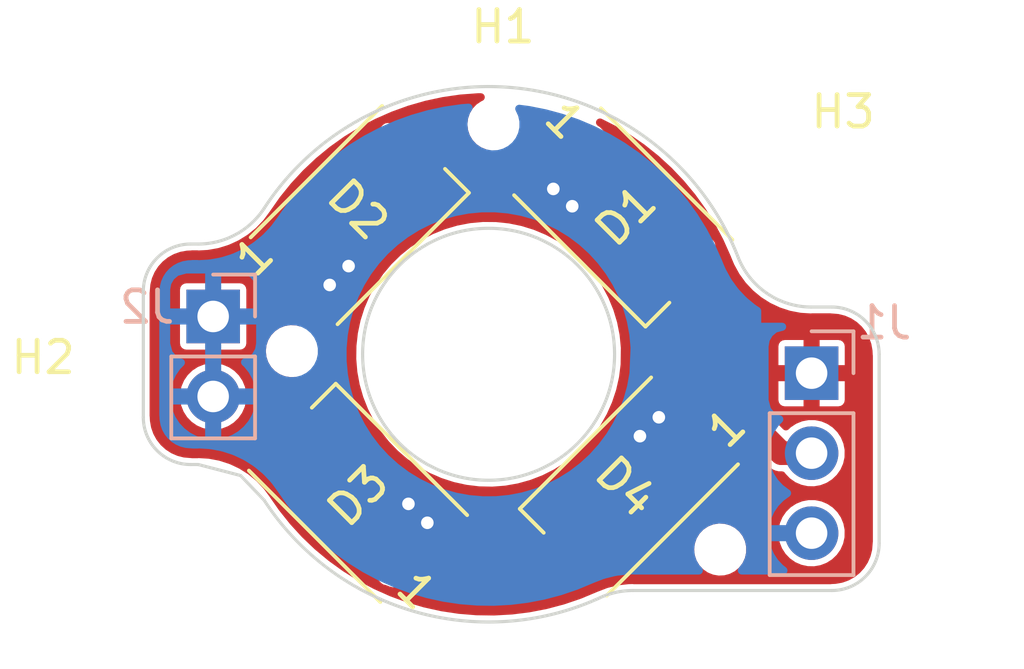
<source format=kicad_pcb>
(kicad_pcb (version 20200724) (host pcbnew "(5.99.0-2421-g2ea5528cd)")

  (general
    (thickness 1.6)
    (drawings 18)
    (tracks 32)
    (modules 9)
    (nets 8)
  )

  (paper "A4")
  (layers
    (0 "F.Cu" signal)
    (31 "B.Cu" signal)
    (32 "B.Adhes" user)
    (33 "F.Adhes" user)
    (34 "B.Paste" user)
    (35 "F.Paste" user)
    (36 "B.SilkS" user)
    (37 "F.SilkS" user)
    (38 "B.Mask" user)
    (39 "F.Mask" user)
    (40 "Dwgs.User" user)
    (41 "Cmts.User" user)
    (42 "Eco1.User" user)
    (43 "Eco2.User" user)
    (44 "Edge.Cuts" user)
    (45 "Margin" user)
    (46 "B.CrtYd" user)
    (47 "F.CrtYd" user)
    (48 "B.Fab" user)
    (49 "F.Fab" user)
  )

  (setup
    (stackup
      (layer "F.SilkS" (type "Top Silk Screen"))
      (layer "F.Paste" (type "Top Solder Paste"))
      (layer "F.Mask" (type "Top Solder Mask") (color "Green") (thickness 0.01))
      (layer "F.Cu" (type "copper") (thickness 0.035))
      (layer "dielectric 1" (type "core") (thickness 1.51) (material "FR4") (epsilon_r 4.5) (loss_tangent 0.02))
      (layer "B.Cu" (type "copper") (thickness 0.035))
      (layer "B.Mask" (type "Bottom Solder Mask") (color "Green") (thickness 0.01))
      (layer "B.Paste" (type "Bottom Solder Paste"))
      (layer "B.SilkS" (type "Bottom Silk Screen"))
      (copper_finish "None")
      (dielectric_constraints no)
    )
    (grid_origin 3.145075 -9.999999)
    (pcbplotparams
      (layerselection 0x010fc_ffffffff)
      (usegerberextensions false)
      (usegerberattributes true)
      (usegerberadvancedattributes true)
      (creategerberjobfile true)
      (svguseinch false)
      (svgprecision 6)
      (excludeedgelayer true)
      (linewidth 0.100000)
      (plotframeref false)
      (viasonmask false)
      (mode 1)
      (useauxorigin false)
      (hpglpennumber 1)
      (hpglpenspeed 20)
      (hpglpendiameter 15.000000)
      (psnegative false)
      (psa4output false)
      (plotreference true)
      (plotvalue true)
      (plotinvisibletext false)
      (sketchpadsonfab false)
      (subtractmaskfromsilk false)
      (outputformat 1)
      (mirror false)
      (drillshape 0)
      (scaleselection 1)
      (outputdirectory "Gerbers-8-10/")
    )
  )

  (net 0 "")
  (net 1 "Net-(D1-Pad1)")
  (net 2 "GND")
  (net 3 "+5V")
  (net 4 "Net-(D1-Pad3)")
  (net 5 "Net-(D2-Pad1)")
  (net 6 "Net-(D3-Pad1)")
  (net 7 "Net-(D4-Pad1)")

  (module "LED_SMD:LED_SK6812MINI_PLCC4_3.5x3.5mm_P1.75mm" (layer "F.Cu") (tedit 5AA4B22F) (tstamp 04fb9e3e-051c-4274-8256-c20c7fd6138a)
    (at -1 -5.6 135)
    (descr "https://cdn-shop.adafruit.com/product-files/2686/SK6812MINI_REV.01-1-2.pdf")
    (tags "LED RGB NeoPixel Mini")
    (path "/c3210d14-437b-4493-98dc-47bf02feeb60")
    (attr smd)
    (fp_text reference "D3" (at -0.070711 -0.070711 225) (layer "F.SilkS")
      (effects (font (size 1 1) (thickness 0.15)))
      (tstamp 4fa36091-5136-4001-bdbb-70f0b48606ca)
    )
    (fp_text value "SK6812MINI" (at 0 3.25 135) (layer "F.Fab")
      (effects (font (size 1 1) (thickness 0.15)))
      (tstamp 7434e70b-b68e-4400-b042-58644f6f9b97)
    )
    (fp_text user "1" (at -3.5 -0.875 135) (layer "F.SilkS")
      (effects (font (size 1 1) (thickness 0.15)))
      (tstamp f73a9532-b2d6-45d4-b91a-cb2a171d14ba)
    )
    (fp_text user "${REFERENCE}" (at 0 0 135) (layer "F.Fab")
      (effects (font (size 0.5 0.5) (thickness 0.1)))
      (tstamp c81d3ff9-78e7-4c6b-a866-2ed0364db6c3)
    )
    (fp_line (start -2.95 1.95) (end 2.95 1.95) (layer "F.SilkS") (width 0.12) (tstamp 188a1b9a-38b1-431f-b784-e2c11ae1494d))
    (fp_line (start 2.95 1.95) (end 2.95 0.875) (layer "F.SilkS") (width 0.12) (tstamp 5381cf1c-9c9f-4fec-948b-7653ccc8de86))
    (fp_line (start -2.95 -1.95) (end 2.95 -1.95) (layer "F.SilkS") (width 0.12) (tstamp fc97723f-e0e9-4695-be93-aa7c79256608))
    (fp_line (start 2.8 -2) (end -2.8 -2) (layer "F.CrtYd") (width 0.05) (tstamp 0902f4e1-a498-4b9f-b5f3-c9ae02a2d9ae))
    (fp_line (start -2.8 -2) (end -2.8 2) (layer "F.CrtYd") (width 0.05) (tstamp 19b164b3-ae89-467e-9f75-9eb65c664809))
    (fp_line (start 2.8 2) (end 2.8 -2) (layer "F.CrtYd") (width 0.05) (tstamp 71b623cc-a066-43c1-a1a5-dc0bdd152f7e))
    (fp_line (start -2.8 2) (end 2.8 2) (layer "F.CrtYd") (width 0.05) (tstamp 8bea9b37-d49e-4e50-a02a-61f623d00930))
    (fp_line (start 1.75 0.75) (end 0.75 1.75) (layer "F.Fab") (width 0.1) (tstamp 0a0806cd-4a83-4f46-8a82-f3cb24512d0c))
    (fp_line (start 1.75 1.75) (end 1.75 -1.75) (layer "F.Fab") (width 0.1) (tstamp 16bb7eaa-6164-490b-8dd1-9448f284d039))
    (fp_line (start -1.75 -1.75) (end -1.75 1.75) (layer "F.Fab") (width 0.1) (tstamp 46f959a3-a74c-41a3-a8d9-2d42a7148123))
    (fp_line (start 1.75 -1.75) (end -1.75 -1.75) (layer "F.Fab") (width 0.1) (tstamp 5d2af542-c4ea-4e99-aee8-3c17d17b4564))
    (fp_line (start -1.75 1.75) (end 1.75 1.75) (layer "F.Fab") (width 0.1) (tstamp dd2472d5-9faf-44de-b8af-253da07540e8))
    (fp_circle (center 0 0) (end 0 -1.5) (layer "F.Fab") (width 0.1) (tstamp 3d5f4776-01fd-4b8f-9154-2436c58ce54a))
    (pad "1" smd rect (at -1.75 -0.875 135) (size 1.6 0.85) (layers "F.Cu" "F.Paste" "F.Mask")
      (net 6 "Net-(D3-Pad1)") (pinfunction "DOUT") (tstamp a2886e7b-d2f1-4861-8124-a4afe7a2795f))
    (pad "2" smd rect (at -1.75 0.875 135) (size 1.6 0.85) (layers "F.Cu" "F.Paste" "F.Mask")
      (net 2 "GND") (pinfunction "VSS") (tstamp 838ed5af-2142-432c-b3fe-ec8e833b31c9))
    (pad "3" smd rect (at 1.75 0.875 135) (size 1.6 0.85) (layers "F.Cu" "F.Paste" "F.Mask")
      (net 5 "Net-(D2-Pad1)") (pinfunction "DIN") (tstamp 5e53fa7b-c3c6-4bdf-9f8c-dd6cfe6df148))
    (pad "4" smd rect (at 1.75 -0.875 135) (size 1.6 0.85) (layers "F.Cu" "F.Paste" "F.Mask")
      (net 3 "+5V") (pinfunction "VDD") (tstamp 2f496231-01ce-4da0-b327-a3c5c1ebd4ea))
    (model "${KISYS3DMOD}/LED_SMD.3dshapes/LED_SK6812MINI_PLCC4_3.5x3.5mm_P1.75mm.wrl"
      (at (xyz 0 0 0))
      (scale (xyz 1 1 1))
      (rotate (xyz 0 0 0))
    )
  )

  (module "AcheronMountingHoles:ToolingHole_1.152mm_(for_JLCPCB_SMT)" (layer "F.Cu") (tedit 5F1F479B) (tstamp 2939ec09-6062-4c24-8c3c-3ebb3b774a48)
    (at 10.5 -3.8)
    (path "/e8861a3b-a3a0-42b6-b9b3-785c42dfd4c9")
    (fp_text reference "H3" (at 3.9 -13.9 unlocked) (layer "F.SilkS")
      (effects (font (size 1 1) (thickness 0.15)))
      (tstamp 9506b666-1251-4942-82f3-91efdec3fc65)
    )
    (fp_text value "MountingHole" (at 0 2 unlocked) (layer "F.Fab")
      (effects (font (size 1 1) (thickness 0.15)))
      (tstamp 61aafea0-e521-4e52-bc2e-30851405ec40)
    )
    (pad "" np_thru_hole circle (at 0 0) (size 1.152 1.152) (drill 1.152) (layers *.Cu *.Mask)
      (solder_mask_margin 0.148) (clearance 0.248) (tstamp 59900c48-0d5a-4430-95ee-978e8bb742c4))
  )

  (module "AcheronMountingHoles:ToolingHole_1.152mm_(for_JLCPCB_SMT)" (layer "F.Cu") (tedit 5F1F479B) (tstamp 6d50d0ee-0ea4-430e-a366-e37205724d76)
    (at 3.3 -17.3)
    (path "/2eaf7335-961e-4c9a-9008-98f71459457c")
    (fp_text reference "H1" (at 0.3 -3.1 unlocked) (layer "F.SilkS")
      (effects (font (size 1 1) (thickness 0.15)))
      (tstamp af9189ef-35c7-4ff5-9d61-39aa3356cd76)
    )
    (fp_text value "MountingHole" (at 0 2 unlocked) (layer "F.Fab")
      (effects (font (size 1 1) (thickness 0.15)))
      (tstamp 1df74a1e-b6bd-4704-9ab8-4c057bdfd9cd)
    )
    (pad "" np_thru_hole circle (at 0 0) (size 1.152 1.152) (drill 1.152) (layers *.Cu *.Mask)
      (solder_mask_margin 0.148) (clearance 0.248) (tstamp 59900c48-0d5a-4430-95ee-978e8bb742c4))
  )

  (module "LED_SMD:LED_SK6812MINI_PLCC4_3.5x3.5mm_P1.75mm" (layer "F.Cu") (tedit 5AA4B22F) (tstamp 6f354a8d-6af1-4f13-8a2c-206833d8c29f)
    (at 7.6 -5.8 -135)
    (descr "https://cdn-shop.adafruit.com/product-files/2686/SK6812MINI_REV.01-1-2.pdf")
    (tags "LED RGB NeoPixel Mini")
    (path "/1b2f31aa-aacb-43c1-b250-1dfd10817f48")
    (attr smd)
    (fp_text reference "D4" (at 0.070711 0.070711 -45) (layer "F.SilkS")
      (effects (font (size 1 1) (thickness 0.15)))
      (tstamp 66170d08-e555-44d3-9048-a8671c65f7be)
    )
    (fp_text value "SK6812MINI" (at 0 3.25 45) (layer "F.Fab")
      (effects (font (size 1 1) (thickness 0.15)))
      (tstamp cdce2c70-e794-407c-8db1-ab456532250b)
    )
    (fp_text user "1" (at -3.5 -0.875 45) (layer "F.SilkS")
      (effects (font (size 1 1) (thickness 0.15)))
      (tstamp aacfd29c-f530-4af2-b318-92ccb2fcaa12)
    )
    (fp_text user "${REFERENCE}" (at 0 0 45) (layer "F.Fab")
      (effects (font (size 0.5 0.5) (thickness 0.1)))
      (tstamp e56a40f1-9099-4f2f-8b1d-1f6284606d82)
    )
    (fp_line (start 2.95 1.95) (end 2.95 0.875) (layer "F.SilkS") (width 0.12) (tstamp 8f570c2f-9d00-4603-9fd4-129eee322ff3))
    (fp_line (start -2.95 1.95) (end 2.95 1.95) (layer "F.SilkS") (width 0.12) (tstamp 944d25c7-f191-4814-99e3-a7f7faccd574))
    (fp_line (start -2.95 -1.95) (end 2.95 -1.95) (layer "F.SilkS") (width 0.12) (tstamp b4f44af8-15d5-43e8-8caa-c8a8d50c7e96))
    (fp_line (start -2.8 -2) (end -2.8 2) (layer "F.CrtYd") (width 0.05) (tstamp 2f2275b1-ad11-4336-b90a-ee6428ff15b6))
    (fp_line (start -2.8 2) (end 2.8 2) (layer "F.CrtYd") (width 0.05) (tstamp 4320c231-11d9-422f-b46c-53e717bec209))
    (fp_line (start 2.8 -2) (end -2.8 -2) (layer "F.CrtYd") (width 0.05) (tstamp 8536655d-7a6d-47c7-8075-d6ee7f0bcd73))
    (fp_line (start 2.8 2) (end 2.8 -2) (layer "F.CrtYd") (width 0.05) (tstamp edf6a925-ffb1-436c-9f8e-df4853745c94))
    (fp_line (start -1.75 1.75) (end 1.75 1.75) (layer "F.Fab") (width 0.1) (tstamp 1730be00-d58e-4bae-b650-a4b21b47ecdc))
    (fp_line (start 1.75 1.75) (end 1.75 -1.75) (layer "F.Fab") (width 0.1) (tstamp 867a2862-bd97-4ae3-943f-35886f2d0650))
    (fp_line (start 1.75 0.75) (end 0.75 1.75) (layer "F.Fab") (width 0.1) (tstamp a3081d96-445c-4d59-a362-b411a2f75f47))
    (fp_line (start 1.75 -1.75) (end -1.75 -1.75) (layer "F.Fab") (width 0.1) (tstamp b96d094e-b13c-455b-821f-81fc548f4554))
    (fp_line (start -1.75 -1.75) (end -1.75 1.75) (layer "F.Fab") (width 0.1) (tstamp e862cd02-45b5-48d7-a9d4-8954be1563da))
    (fp_circle (center 0 0) (end 0 -1.5) (layer "F.Fab") (width 0.1) (tstamp f5c42482-6f72-49d9-86ba-bf519c03d3f7))
    (pad "1" smd rect (at -1.75 -0.875 225) (size 1.6 0.85) (layers "F.Cu" "F.Paste" "F.Mask")
      (net 7 "Net-(D4-Pad1)") (pinfunction "DOUT") (tstamp a2886e7b-d2f1-4861-8124-a4afe7a2795f))
    (pad "2" smd rect (at -1.75 0.875 225) (size 1.6 0.85) (layers "F.Cu" "F.Paste" "F.Mask")
      (net 2 "GND") (pinfunction "VSS") (tstamp 838ed5af-2142-432c-b3fe-ec8e833b31c9))
    (pad "3" smd rect (at 1.75 0.875 225) (size 1.6 0.85) (layers "F.Cu" "F.Paste" "F.Mask")
      (net 6 "Net-(D3-Pad1)") (pinfunction "DIN") (tstamp 5e53fa7b-c3c6-4bdf-9f8c-dd6cfe6df148))
    (pad "4" smd rect (at 1.75 -0.875 225) (size 1.6 0.85) (layers "F.Cu" "F.Paste" "F.Mask")
      (net 3 "+5V") (pinfunction "VDD") (tstamp 2f496231-01ce-4da0-b327-a3c5c1ebd4ea))
    (model "${KISYS3DMOD}/LED_SMD.3dshapes/LED_SK6812MINI_PLCC4_3.5x3.5mm_P1.75mm.wrl"
      (at (xyz 0 0 0))
      (scale (xyz 1 1 1))
      (rotate (xyz 0 0 0))
    )
  )

  (module "LED_SMD:LED_SK6812MINI_PLCC4_3.5x3.5mm_P1.75mm" (layer "F.Cu") (tedit 5AA4B22F) (tstamp bcba4c13-6617-4409-9bc3-eab961de5af1)
    (at 7.418718 -14.343845 -45)
    (descr "https://cdn-shop.adafruit.com/product-files/2686/SK6812MINI_REV.01-1-2.pdf")
    (tags "LED RGB NeoPixel Mini")
    (path "/9b2bc160-4de6-49fd-92b1-691005ee3f8f")
    (attr smd)
    (fp_text reference "D1" (at 0.017767 -0.097183 45) (layer "F.SilkS")
      (effects (font (size 1 1) (thickness 0.15)))
      (tstamp 21530094-e531-48ac-a531-62ee78ab219a)
    )
    (fp_text value "SK6812MINI" (at 0 3.25 135) (layer "F.Fab")
      (effects (font (size 1 1) (thickness 0.15)))
      (tstamp 5f2747c5-2b25-46a1-ba74-02a4e7d493d5)
    )
    (fp_text user "1" (at -3.5 -0.875 135) (layer "F.SilkS")
      (effects (font (size 1 1) (thickness 0.15)))
      (tstamp 906e8389-ddf6-4f07-a0e1-68d39cdc5f3d)
    )
    (fp_text user "${REFERENCE}" (at 0 0 135) (layer "F.Fab")
      (effects (font (size 0.5 0.5) (thickness 0.1)))
      (tstamp a20d6fe5-8a09-4824-a901-c70486cf4afc)
    )
    (fp_line (start -2.95 -1.95) (end 2.95 -1.95) (layer "F.SilkS") (width 0.12) (tstamp 17961573-38f7-457a-b314-c40ca5c8f7dd))
    (fp_line (start -2.95 1.95) (end 2.95 1.95) (layer "F.SilkS") (width 0.12) (tstamp 261c209f-7409-469f-86b9-52dd1609d7b8))
    (fp_line (start 2.95 1.95) (end 2.95 0.875) (layer "F.SilkS") (width 0.12) (tstamp e73cb3c2-8fea-4a3b-ba70-b66a38b3a5e8))
    (fp_line (start -2.8 2) (end 2.8 2) (layer "F.CrtYd") (width 0.05) (tstamp 721c77c2-ee05-4d9f-9c07-2963a96f3e2c))
    (fp_line (start 2.8 2) (end 2.8 -2) (layer "F.CrtYd") (width 0.05) (tstamp bfc9e50f-0556-4789-b6c6-4260c87bfd81))
    (fp_line (start 2.8 -2) (end -2.8 -2) (layer "F.CrtYd") (width 0.05) (tstamp c32b80c4-ef14-4ba0-86a9-4745d8d33188))
    (fp_line (start -2.8 -2) (end -2.8 2) (layer "F.CrtYd") (width 0.05) (tstamp ce4eac8b-8379-40f5-95b6-6cc5839e9bc5))
    (fp_line (start -1.75 1.75) (end 1.75 1.75) (layer "F.Fab") (width 0.1) (tstamp 071aa1b1-2ed9-4285-a36f-f726d6c5a5ae))
    (fp_line (start 1.75 -1.75) (end -1.75 -1.75) (layer "F.Fab") (width 0.1) (tstamp 2d55e40e-2080-4a88-84df-e7d2b8edecce))
    (fp_line (start -1.75 -1.75) (end -1.75 1.75) (layer "F.Fab") (width 0.1) (tstamp 2d80e392-3d3e-4943-9146-ecc3740e295a))
    (fp_line (start 1.75 0.75) (end 0.75 1.75) (layer "F.Fab") (width 0.1) (tstamp 5592e340-d963-4294-889d-b5605d4f31aa))
    (fp_line (start 1.75 1.75) (end 1.75 -1.75) (layer "F.Fab") (width 0.1) (tstamp 59d4dc96-6ec0-4f3b-a859-4d1a02f19e6f))
    (fp_circle (center 0 0) (end 0 -1.5) (layer "F.Fab") (width 0.1) (tstamp e5e86bf5-c51f-4b32-a1c0-9a46e406fabb))
    (pad "1" smd rect (at -1.75 -0.875 315) (size 1.6 0.85) (layers "F.Cu" "F.Paste" "F.Mask")
      (net 1 "Net-(D1-Pad1)") (pinfunction "DOUT") (tstamp a2886e7b-d2f1-4861-8124-a4afe7a2795f))
    (pad "2" smd rect (at -1.75 0.875 315) (size 1.6 0.85) (layers "F.Cu" "F.Paste" "F.Mask")
      (net 2 "GND") (pinfunction "VSS") (tstamp 838ed5af-2142-432c-b3fe-ec8e833b31c9))
    (pad "3" smd rect (at 1.75 0.875 315) (size 1.6 0.85) (layers "F.Cu" "F.Paste" "F.Mask")
      (net 4 "Net-(D1-Pad3)") (pinfunction "DIN") (tstamp 5e53fa7b-c3c6-4bdf-9f8c-dd6cfe6df148))
    (pad "4" smd rect (at 1.75 -0.875 315) (size 1.6 0.85) (layers "F.Cu" "F.Paste" "F.Mask")
      (net 3 "+5V") (pinfunction "VDD") (tstamp 2f496231-01ce-4da0-b327-a3c5c1ebd4ea))
    (model "${KISYS3DMOD}/LED_SMD.3dshapes/LED_SK6812MINI_PLCC4_3.5x3.5mm_P1.75mm.wrl"
      (at (xyz 0 0 0))
      (scale (xyz 1 1 1))
      (rotate (xyz 0 0 0))
    )
  )

  (module "LED_SMD:LED_SK6812MINI_PLCC4_3.5x3.5mm_P1.75mm" (layer "F.Cu") (tedit 5AA4B22F) (tstamp c99a7852-2241-462e-b018-d5a3d406bed2)
    (at -0.943845 -14.418718 45)
    (descr "https://cdn-shop.adafruit.com/product-files/2686/SK6812MINI_REV.01-1-2.pdf")
    (tags "LED RGB NeoPixel Mini")
    (path "/c1a4f818-1d4a-4f12-95f1-f618705d2dd9")
    (attr smd)
    (fp_text reference "D2" (at 0.088478 -0.167893 135) (layer "F.SilkS")
      (effects (font (size 1 1) (thickness 0.15)))
      (tstamp dfabfbdd-3bfc-4c1b-b309-3d0ab458af52)
    )
    (fp_text value "SK6812MINI" (at 0 3.25 45) (layer "F.Fab")
      (effects (font (size 1 1) (thickness 0.15)))
      (tstamp 8298e659-51be-4f8c-bb9b-16d7dab4c370)
    )
    (fp_text user "1" (at -3.305634 -1.440686 45) (layer "F.SilkS")
      (effects (font (size 1 1) (thickness 0.15)))
      (tstamp 6e130960-7698-48d0-9f79-2fd129a3e116)
    )
    (fp_text user "${REFERENCE}" (at 0 0 45) (layer "F.Fab")
      (effects (font (size 0.5 0.5) (thickness 0.1)))
      (tstamp ffd14fd5-00b3-4fb4-b09e-dcdd491bcf80)
    )
    (fp_line (start 2.95 1.95) (end 2.95 0.875) (layer "F.SilkS") (width 0.12) (tstamp 4c82ca44-9f25-4adc-8e61-2c8b5beafa96))
    (fp_line (start -2.95 1.95) (end 2.95 1.95) (layer "F.SilkS") (width 0.12) (tstamp 8e6e4b4e-3614-494c-b5ce-c2d2df953637))
    (fp_line (start -2.95 -1.95) (end 2.95 -1.95) (layer "F.SilkS") (width 0.12) (tstamp ca3e44ce-648e-4598-9905-50d06ea13741))
    (fp_line (start -2.8 -2) (end -2.8 2) (layer "F.CrtYd") (width 0.05) (tstamp 56a4cc3f-408b-4528-b1ee-6a825e8ec2ba))
    (fp_line (start 2.8 -2) (end -2.8 -2) (layer "F.CrtYd") (width 0.05) (tstamp 60b7ee82-237a-44b9-8d0a-aa4fce320384))
    (fp_line (start -2.8 2) (end 2.8 2) (layer "F.CrtYd") (width 0.05) (tstamp ade1cfeb-19b3-49a3-9d49-00c5049a6879))
    (fp_line (start 2.8 2) (end 2.8 -2) (layer "F.CrtYd") (width 0.05) (tstamp ec4e9b43-5c9b-43b8-9779-132c3944f288))
    (fp_line (start 1.75 -1.75) (end -1.75 -1.75) (layer "F.Fab") (width 0.1) (tstamp 1a9d24bb-574d-4c13-9c44-bbcb5e8c6983))
    (fp_line (start 1.75 0.75) (end 0.75 1.75) (layer "F.Fab") (width 0.1) (tstamp 26d07b2a-f870-48c4-8786-a5e52c28bf5a))
    (fp_line (start -1.75 -1.75) (end -1.75 1.75) (layer "F.Fab") (width 0.1) (tstamp 4e50bc35-4f0b-4435-aa60-2f001df6bd1b))
    (fp_line (start -1.75 1.75) (end 1.75 1.75) (layer "F.Fab") (width 0.1) (tstamp 77522bd0-7bf6-47cf-a809-6f3bf01c2479))
    (fp_line (start 1.75 1.75) (end 1.75 -1.75) (layer "F.Fab") (width 0.1) (tstamp c8fe160e-2313-4704-84c5-4d4bb5f8cd91))
    (fp_circle (center 0 0) (end 0 -1.5) (layer "F.Fab") (width 0.1) (tstamp 8c1f2cf4-8378-4faa-94ab-7d90a77235c0))
    (pad "1" smd rect (at -1.75 -0.875 45) (size 1.6 0.85) (layers "F.Cu" "F.Paste" "F.Mask")
      (net 5 "Net-(D2-Pad1)") (pinfunction "DOUT") (tstamp a2886e7b-d2f1-4861-8124-a4afe7a2795f))
    (pad "2" smd rect (at -1.75 0.875 45) (size 1.6 0.85) (layers "F.Cu" "F.Paste" "F.Mask")
      (net 2 "GND") (pinfunction "VSS") (tstamp 838ed5af-2142-432c-b3fe-ec8e833b31c9))
    (pad "3" smd rect (at 1.75 0.875 45) (size 1.6 0.85) (layers "F.Cu" "F.Paste" "F.Mask")
      (net 1 "Net-(D1-Pad1)") (pinfunction "DIN") (tstamp 5e53fa7b-c3c6-4bdf-9f8c-dd6cfe6df148))
    (pad "4" smd rect (at 1.75 -0.875 45) (size 1.6 0.85) (layers "F.Cu" "F.Paste" "F.Mask")
      (net 3 "+5V") (pinfunction "VDD") (tstamp 2f496231-01ce-4da0-b327-a3c5c1ebd4ea))
    (model "${KISYS3DMOD}/LED_SMD.3dshapes/LED_SK6812MINI_PLCC4_3.5x3.5mm_P1.75mm.wrl"
      (at (xyz 0 0 0))
      (scale (xyz 1 1 1))
      (rotate (xyz 0 0 0))
    )
  )

  (module "AcheronMountingHoles:ToolingHole_1.152mm_(for_JLCPCB_SMT)" (layer "F.Cu") (tedit 5F1F479B) (tstamp dc8fb6e7-91fc-4d98-a1b1-30945e7a5420)
    (at -3.1 -10.1)
    (path "/fe6ecf0c-0703-438a-9936-daa47836bc8b")
    (fp_text reference "H2" (at -7.9 0.2 unlocked) (layer "F.SilkS")
      (effects (font (size 1 1) (thickness 0.15)))
      (tstamp ba6d3148-6e97-4f8b-bb34-c6b7ec24e37b)
    )
    (fp_text value "MountingHole" (at 0 2 unlocked) (layer "F.Fab")
      (effects (font (size 1 1) (thickness 0.15)))
      (tstamp c6470ba9-7fb3-4c48-9992-7fa6acc99f87)
    )
    (pad "" np_thru_hole circle (at 0 0) (size 1.152 1.152) (drill 1.152) (layers *.Cu *.Mask)
      (solder_mask_margin 0.148) (clearance 0.248) (tstamp 59900c48-0d5a-4430-95ee-978e8bb742c4))
  )

  (module "Connector_PinHeader_2.54mm:PinHeader_1x02_P2.54mm_Vertical" (layer "B.Cu") (tedit 59FED5CC) (tstamp 5ab626df-277b-4f2e-8eff-58807fbdf28f)
    (at -5.6 -11.2 180)
    (descr "Through hole straight pin header, 1x02, 2.54mm pitch, single row")
    (tags "Through hole pin header THT 1x02 2.54mm single row")
    (path "/b5e5355d-53ac-4007-bcc0-cea0e6f2dc98")
    (fp_text reference "J2" (at 2.1 0.3) (layer "B.SilkS")
      (effects (font (size 1 1) (thickness 0.15)) (justify mirror))
      (tstamp 49e9c08f-0f1c-494d-b3cb-fe5b19174949)
    )
    (fp_text value "Conn_01x02_Male" (at 0 -4.87) (layer "B.Fab")
      (effects (font (size 1 1) (thickness 0.15)) (justify mirror))
      (tstamp f49d5be3-8725-44eb-8e78-fbd7cff2acfe)
    )
    (fp_text user "${REFERENCE}" (at 0 -1.27 270) (layer "B.Fab")
      (effects (font (size 1 1) (thickness 0.15)) (justify mirror))
      (tstamp d2fc3beb-9e05-46d1-9728-e9f6777c6e48)
    )
    (fp_line (start -1.33 1.33) (end 0 1.33) (layer "B.SilkS") (width 0.12) (tstamp 105afc29-5a9f-438f-a41c-62e474d136e9))
    (fp_line (start -1.33 -1.27) (end -1.33 -3.87) (layer "B.SilkS") (width 0.12) (tstamp 3e15a3dc-38eb-4ff3-af70-3356f525fdd4))
    (fp_line (start -1.33 -3.87) (end 1.33 -3.87) (layer "B.SilkS") (width 0.12) (tstamp 432bc210-013e-4558-9769-ee9f3148b267))
    (fp_line (start -1.33 0) (end -1.33 1.33) (layer "B.SilkS") (width 0.12) (tstamp 8c37aca1-e9cd-4dac-8f23-6141716dfeb3))
    (fp_line (start -1.33 -1.27) (end 1.33 -1.27) (layer "B.SilkS") (width 0.12) (tstamp 92870b03-4eca-4aee-a904-120858dc1811))
    (fp_line (start 1.33 -1.27) (end 1.33 -3.87) (layer "B.SilkS") (width 0.12) (tstamp c35f3c76-fdb2-424c-8585-a0f2591b13b2))
    (fp_line (start 1.8 1.8) (end -1.8 1.8) (layer "B.CrtYd") (width 0.05) (tstamp 26f28e7f-b420-488d-bd97-367055da2c56))
    (fp_line (start -1.8 1.8) (end -1.8 -4.35) (layer "B.CrtYd") (width 0.05) (tstamp 6bf1a628-c765-4045-a1c3-92cdfa64aa6c))
    (fp_line (start -1.8 -4.35) (end 1.8 -4.35) (layer "B.CrtYd") (width 0.05) (tstamp 87432918-4e49-4b2f-9be0-d38c9515cba8))
    (fp_line (start 1.8 -4.35) (end 1.8 1.8) (layer "B.CrtYd") (width 0.05) (tstamp ec80898a-3ae7-4a6d-aefe-e58ae07bc1a0))
    (fp_line (start 1.27 -3.81) (end -1.27 -3.81) (layer "B.Fab") (width 0.1) (tstamp 505a75e7-74a8-4855-b801-250673017135))
    (fp_line (start -1.27 0.635) (end -0.635 1.27) (layer "B.Fab") (width 0.1) (tstamp 522d977c-4421-4727-9e21-938cc191dbea))
    (fp_line (start 1.27 1.27) (end 1.27 -3.81) (layer "B.Fab") (width 0.1) (tstamp 55f8ca87-b1c5-43af-8f00-36cd58fd72c4))
    (fp_line (start -0.635 1.27) (end 1.27 1.27) (layer "B.Fab") (width 0.1) (tstamp aa88bb59-613f-4e2c-b802-f330a0e19ac0))
    (fp_line (start -1.27 -3.81) (end -1.27 0.635) (layer "B.Fab") (width 0.1) (tstamp fadcfe9e-b622-4756-8167-c64a221c1df3))
    (pad "1" thru_hole rect (at 0 0 180) (size 1.7 1.7) (drill 1) (layers *.Cu *.Mask)
      (net 2 "GND") (pinfunction "Pin_1") (tstamp 553c9fe2-ebeb-4d61-add2-1c96749c502d))
    (pad "2" thru_hole oval (at 0 -2.54 180) (size 1.7 1.7) (drill 1) (layers *.Cu *.Mask)
      (net 2 "GND") (pinfunction "Pin_2") (tstamp 9b9c5015-7b61-490f-bce3-2155ec44902a))
    (model "${KISYS3DMOD}/Connector_PinHeader_2.54mm.3dshapes/PinHeader_1x02_P2.54mm_Vertical.wrl"
      (at (xyz 0 0 0))
      (scale (xyz 1 1 1))
      (rotate (xyz 0 0 0))
    )
  )

  (module "Connector_PinHeader_2.54mm:PinHeader_1x03_P2.54mm_Vertical" (layer "B.Cu") (tedit 59FED5CC) (tstamp f6be3111-c026-4faa-b9ed-1e5915c4718a)
    (at 13.4 -9.4 180)
    (descr "Through hole straight pin header, 1x03, 2.54mm pitch, single row")
    (tags "Through hole pin header THT 1x03 2.54mm single row")
    (path "/ac90253c-149b-4d1b-821b-2ab4ccc2e9e9")
    (fp_text reference "J1" (at -2.3 1.6) (layer "B.SilkS")
      (effects (font (size 1 1) (thickness 0.15)) (justify mirror))
      (tstamp a9076a54-858b-4b8c-b0d8-4cfa14bc4b22)
    )
    (fp_text value "Conn_01x03_Male" (at 0 -7.41) (layer "B.Fab")
      (effects (font (size 1 1) (thickness 0.15)) (justify mirror))
      (tstamp c65389a8-5c19-460b-83cd-f30ce4a66cb2)
    )
    (fp_text user "${REFERENCE}" (at 0 -2.54 270) (layer "B.Fab")
      (effects (font (size 1 1) (thickness 0.15)) (justify mirror))
      (tstamp 8daec02c-3f9d-4d4d-b365-b9186c0913cb)
    )
    (fp_line (start -1.33 1.33) (end 0 1.33) (layer "B.SilkS") (width 0.12) (tstamp 1075b642-9ce3-4950-b77f-92aeabeb349a))
    (fp_line (start -1.33 -1.27) (end -1.33 -6.41) (layer "B.SilkS") (width 0.12) (tstamp 63eadf46-5222-4947-b879-9721401b1f9d))
    (fp_line (start -1.33 0) (end -1.33 1.33) (layer "B.SilkS") (width 0.12) (tstamp 76807515-9330-441a-8b04-7ed75dfd1978))
    (fp_line (start -1.33 -1.27) (end 1.33 -1.27) (layer "B.SilkS") (width 0.12) (tstamp 8e60f7cb-598e-48e9-b7f8-009ec65c150b))
    (fp_line (start -1.33 -6.41) (end 1.33 -6.41) (layer "B.SilkS") (width 0.12) (tstamp dc744b6a-c985-4957-8f0a-ab77abe1782c))
    (fp_line (start 1.33 -1.27) (end 1.33 -6.41) (layer "B.SilkS") (width 0.12) (tstamp eaa40251-3997-4b7f-9e35-3f8c9b771d9e))
    (fp_line (start -1.8 1.8) (end -1.8 -6.85) (layer "B.CrtYd") (width 0.05) (tstamp 066d197e-10b6-4f4f-8e86-c47c7758ca22))
    (fp_line (start -1.8 -6.85) (end 1.8 -6.85) (layer "B.CrtYd") (width 0.05) (tstamp 12b160c9-ff28-4289-ada1-265db893b3b8))
    (fp_line (start 1.8 -6.85) (end 1.8 1.8) (layer "B.CrtYd") (width 0.05) (tstamp 275cc7fc-b36a-4539-b846-e6dcf05da280))
    (fp_line (start 1.8 1.8) (end -1.8 1.8) (layer "B.CrtYd") (width 0.05) (tstamp 7f2b5af1-056f-435d-b697-5752d4bba165))
    (fp_line (start -0.635 1.27) (end 1.27 1.27) (layer "B.Fab") (width 0.1) (tstamp 34c7c871-b831-4135-a9d9-15d127677c61))
    (fp_line (start 1.27 1.27) (end 1.27 -6.35) (layer "B.Fab") (width 0.1) (tstamp 4d124298-ba62-4893-b808-652197edc09a))
    (fp_line (start -1.27 -6.35) (end -1.27 0.635) (layer "B.Fab") (width 0.1) (tstamp 6e17eb4c-f2c7-4717-bf66-9b46700adf00))
    (fp_line (start -1.27 0.635) (end -0.635 1.27) (layer "B.Fab") (width 0.1) (tstamp d40f2148-d884-4288-9341-801d28039891))
    (fp_line (start 1.27 -6.35) (end -1.27 -6.35) (layer "B.Fab") (width 0.1) (tstamp ddd43a31-1dd2-462a-8bf5-671a10db8457))
    (pad "1" thru_hole rect (at 0 0 180) (size 1.7 1.7) (drill 1) (layers *.Cu *.Mask)
      (net 3 "+5V") (pinfunction "Pin_1") (tstamp 2dcb8512-f37a-424f-9506-2f8d22e6452e))
    (pad "2" thru_hole oval (at 0 -2.54 180) (size 1.7 1.7) (drill 1) (layers *.Cu *.Mask)
      (net 4 "Net-(D1-Pad3)") (pinfunction "Pin_2") (tstamp c661dbb4-b124-4096-bc0c-cf1d25704035))
    (pad "3" thru_hole oval (at 0 -5.08 180) (size 1.7 1.7) (drill 1) (layers *.Cu *.Mask)
      (net 2 "GND") (pinfunction "Pin_3") (tstamp 8590d330-33df-4e76-8571-a2d1b8706578))
    (model "${KISYS3DMOD}/Connector_PinHeader_2.54mm.3dshapes/PinHeader_1x03_P2.54mm_Vertical.wrl"
      (at (xyz 0 0 0))
      (scale (xyz 1 1 1))
      (rotate (xyz 0 0 0))
    )
  )

  (gr_line (start -3.979118 -5.363636) (end -4.729925 -6.149999) (layer "Edge.Cuts") (width 0.1) (tstamp 0a9cea2e-84a5-4cb9-899b-da8e980fab05))
  (gr_arc (start -6.317425 -7.999999) (end -6.317425 -6.499999) (angle 90) (layer "Edge.Cuts") (width 0.1) (tstamp 0e4ee757-2a04-4cd5-bd2c-cf767b592527))
  (gr_line (start 15.545075 -9.999999) (end 15.545075 -3.999999) (layer "Edge.Cuts") (width 0.1) (tstamp 29249c7e-a578-4925-801f-a1c9fc8583b3))
  (gr_arc (start 7.72765 0) (end 6.686156 -2.272727) (angle 24.61997733) (layer "Edge.Cuts") (width 0.1) (tstamp 36c1e0c0-56d2-442b-8a6a-cd8697c05614))
  (gr_arc (start -6.317425 -11.999999) (end -7.817425 -11.999999) (angle 90) (layer "Edge.Cuts") (width 0.1) (tstamp 67da6164-1dd9-466c-9ccb-34a6e4fa83c5))
  (gr_line (start -7.817425 -11.999999) (end -7.817425 -7.999999) (layer "Edge.Cuts") (width 0.1) (tstamp 7c3caee9-762a-439b-a19d-e34f30b75237))
  (gr_arc (start 14.045075 -3.999999) (end 15.545075 -3.999999) (angle 90) (layer "Edge.Cuts") (width 0.1) (tstamp 7fb61206-aeb0-4afc-8af5-339c825d3ed0))
  (gr_arc (start -6.07447 -15.999999) (end -3.979119 -14.636363) (angle 56.94426885) (layer "Edge.Cuts") (width 0.1) (tstamp 82609f0a-c6e2-4bd2-b92e-493fda908ef2))
  (gr_line (start -6.07447 -13.499999) (end -6.317425 -13.499999) (layer "Edge.Cuts") (width 0.1) (tstamp 897ef91c-de32-46d8-96c1-bed356987974))
  (gr_arc (start 14.045075 -9.999999) (end 14.045075 -11.499999) (angle 90) (layer "Edge.Cuts") (width 0.1) (tstamp 8e3663ce-bfbc-46f7-8f30-664f62b2d477))
  (gr_arc (start 3.145075 -9.999999) (end -3.979119 -14.636363) (angle 125.6205826) (layer "Edge.Cuts") (width 0.1) (tstamp 94294bd2-d00e-446f-8662-bddd33c44f10))
  (gr_arc (start 3.145075 -9.999999) (end 6.686156 -2.272727) (angle 81.56424618) (layer "Edge.Cuts") (width 0.1) (tstamp a34a37be-2a5b-4442-aba2-92465d32ef5a))
  (gr_arc (start 13.392026 -13.999999) (end 13.392026 -11.499999) (angle 68.67631374) (layer "Edge.Cuts") (width 0.1) (tstamp a35ab503-2e7e-44c9-8d06-1b1b68db8f97))
  (gr_line (start -4.729925 -6.149999) (end -6.07447 -6.499999) (layer "Edge.Cuts") (width 0.1) (tstamp c436c335-ed51-469d-a712-4ddcd32df9df))
  (gr_circle (center 3.145075 -9.999999) (end -0.854925 -9.999999) (layer "Edge.Cuts") (width 0.1) (tstamp ce11793e-c238-40b5-a2e0-2cd86e262fc5))
  (gr_line (start -6.317425 -6.499999) (end -6.07447 -6.499999) (layer "Edge.Cuts") (width 0.1) (tstamp d7e5705c-e8a4-441a-80f9-d08172127c01))
  (gr_line (start 13.392026 -11.499999) (end 14.045075 -11.499999) (layer "Edge.Cuts") (width 0.1) (tstamp dd268623-a32e-4d25-a2e8-02e8897fcb7c))
  (gr_line (start 14.045075 -2.499999) (end 7.72765 -2.5) (layer "Edge.Cuts") (width 0.1) (tstamp e6483070-4d30-4610-b091-990005225dca))

  (segment (start 1.674874 -15.8) (end 3.9 -15.8) (width 0.5) (layer "F.Cu") (net 1) (tstamp 36ad6da1-4866-4ca7-b07f-5522d5b469d4))
  (segment (start 0.91231 -15.037436) (end 1.674874 -15.8) (width 0.5) (layer "F.Cu") (net 1) (tstamp 3b0e699f-cf8a-45b6-88ee-64d2b6c7021e))
  (segment (start 6 -17) (end 6.8 -16.2) (width 0.5) (layer "F.Cu") (net 1) (tstamp 4c5aaa5c-b3f9-448f-a56c-8aac9e551cbb))
  (segment (start 5.1 -17) (end 6 -17) (width 0.5) (layer "F.Cu") (net 1) (tstamp 577cedce-4c79-4f29-b13d-c43ecbe06613))
  (segment (start 3.9 -15.8) (end 5.1 -17) (width 0.5) (layer "F.Cu") (net 1) (tstamp bffcfc75-1ece-4748-9dee-acb6edc8e349))
  (via (at -1.3 -12.8) (size 0.8) (drill 0.4) (layers "F.Cu" "B.Cu") (net 2) (tstamp 246c1aad-1157-42a0-9e7c-ecf764a49fbf))
  (via (at 0.6 -5.25) (size 0.8) (drill 0.4) (layers "F.Cu" "B.Cu") (net 2) (tstamp 6244632b-a9a1-48ac-871e-e07e1f39af68))
  (via (at 1.2 -4.65) (size 0.8) (drill 0.4) (layers "F.Cu" "B.Cu") (net 2) (tstamp 9c686be2-1c78-4194-a673-944938cde1c9))
  (via (at 8.55 -8) (size 0.8) (drill 0.4) (layers "F.Cu" "B.Cu") (net 2) (tstamp b1a38693-b9b4-4e4a-a1c3-866f6637cdf6))
  (via (at 5.2 -15.25) (size 0.8) (drill 0.4) (layers "F.Cu" "B.Cu") (net 2) (tstamp c1fc1d27-bb67-47c0-bc4e-88a964eed431))
  (via (at 7.95 -7.4) (size 0.8) (drill 0.4) (layers "F.Cu" "B.Cu") (net 2) (tstamp d51c3572-2a98-4b78-b3c3-c6ff8d6561a4))
  (via (at -1.9 -12.2) (size 0.8) (drill 0.4) (layers "F.Cu" "B.Cu") (net 2) (tstamp f5a7b2e2-5b6c-4663-92b6-c3c8f34fac1b))
  (via (at 5.8 -14.7) (size 0.8) (drill 0.4) (layers "F.Cu" "B.Cu") (net 2) (tstamp fd82f4e3-eb1a-4731-8272-7950f62fdbbf))
  (segment (start 10.5 -10.025126) (end 8.037436 -12.48769) (width 0.75) (layer "F.Cu") (net 4) (tstamp 4777c033-6e35-4f33-ab4f-6fca0f52fc0c))
  (segment (start 12.44 -6.86) (end 10.5 -8.8) (width 0.75) (layer "F.Cu") (net 4) (tstamp 6f8c2d2d-fecf-419d-a2f1-e98db9dd40aa))
  (segment (start 10.5 -8.8) (end 10.5 -10.025126) (width 0.75) (layer "F.Cu") (net 4) (tstamp d2f2ec20-4b19-4704-bea8-1b1d9b532b68))
  (segment (start 13.4 -6.86) (end 12.44 -6.86) (width 0.75) (layer "F.Cu") (net 4) (tstamp dda2e2f5-275d-4a33-931a-f45e1374fc4b))
  (segment (start -3.1 -12.1) (end -1.9 -10.9) (width 0.5) (layer "F.Cu") (net 5) (tstamp 1a0d5a97-4c7d-455c-ac8e-d65b466512fa))
  (segment (start -3.1 -13.5) (end -3.1 -12.1) (width 0.5) (layer "F.Cu") (net 5) (tstamp 2869b1b3-882f-45cb-bb71-0c72a1cf2a8a))
  (segment (start -2.8 -13.8) (end -3.05 -13.55) (width 0.75) (layer "F.Cu") (net 5) (tstamp 2e33e974-8b90-4df9-8db1-8e253121ef4a))
  (segment (start -2.4 -8.237437) (end -1.618718 -7.456155) (width 0.5) (layer "F.Cu") (net 5) (tstamp 406376df-c8a9-419d-8183-a0f155fa392b))
  (segment (start -1.9 -10.9) (end -1.9 -9.6) (width 0.5) (layer "F.Cu") (net 5) (tstamp 6dbfb30f-b94e-40ee-b774-68ca56430a76))
  (segment (start -1.9 -9.6) (end -2.4 -9.1) (width 0.5) (layer "F.Cu") (net 5) (tstamp 80e868d9-4919-4d0d-9cab-555a137d9a17))
  (segment (start -2.8 -13.8) (end -3.1 -13.5) (width 0.5) (layer "F.Cu") (net 5) (tstamp bd8e8772-2b48-4c71-9f1b-55815f93e668))
  (segment (start -2.4 -9.1) (end -2.4 -8.237437) (width 0.5) (layer "F.Cu") (net 5) (tstamp dd2ac311-3105-4b65-9013-859db9ba46df))
  (segment (start 4.762563 -4.2) (end 5.743845 -5.181282) (width 0.75) (layer "F.Cu") (net 6) (tstamp 1e4ebad0-39da-4079-a04f-7c434cb5f085))
  (segment (start 1.47816 -3.17816) (end 2.5 -4.2) (width 0.75) (layer "F.Cu") (net 6) (tstamp 20b86697-69e8-4012-a383-be26c2159eaa))
  (segment (start 2.5 -4.2) (end 4.762563 -4.2) (width 0.75) (layer "F.Cu") (net 6) (tstamp 541cda21-40fc-4f3e-9635-684356d09527))
  (segment (start 0.184403 -3.17816) (end 1.47816 -3.17816) (width 0.75) (layer "F.Cu") (net 6) (tstamp 7769387c-45cf-4078-929e-0a364c45cc6e))
  (segment (start 5.462563 -4.9) (end 5.743845 -5.181282) (width 0.75) (layer "F.Cu") (net 6) (tstamp 80eb3fd2-2f46-4451-95b0-a3fe8d7166f4))
  (segment (start -0.381282 -3.743845) (end 0.184403 -3.17816) (width 0.75) (layer "F.Cu") (net 6) (tstamp a165e5c1-9f4f-4470-8e84-89c08848ce8d))
  (segment (start -0.381282 -3.743845) (end -0.137437 -3.5) (width 0.75) (layer "F.Cu") (net 6) (tstamp dac7edb7-1a93-417c-8efc-9390b5075fa1))

  (zone (net 3) (net_name "+5V") (layer "F.Cu") (tstamp 8d320565-83bc-4ea7-a0d3-045c9f209dd2) (hatch edge 0.508)
    (connect_pads (clearance 0.2))
    (min_thickness 0.254)
    (fill yes (thermal_gap 0.2) (thermal_bridge_width 0.508))
    (polygon
      (pts
        (xy 16 0) (xy -9 0) (xy -9 -19) (xy 16 -19)
      )
    )
    (filled_polygon
      (layer F.Cu)
      (pts
        (xy 2.860704 -18.147832) (xy 2.848631 -18.141467) (xy 2.688891 -18.033721) (xy 2.678467 -18.024912) (xy 2.545591 -17.885378)
        (xy 2.537302 -17.874536) (xy 2.437489 -17.709725) (xy 2.431721 -17.697356) (xy 2.369627 -17.514956) (xy 2.36665 -17.501637)
        (xy 2.345172 -17.310157) (xy 2.345124 -17.296509) (xy 2.365265 -17.104885) (xy 2.368149 -17.091546) (xy 2.428968 -16.908715)
        (xy 2.434649 -16.896306) (xy 2.53331 -16.730802) (xy 2.541524 -16.719902) (xy 2.673422 -16.579445) (xy 2.683785 -16.570563)
        (xy 2.842768 -16.461705) (xy 2.854795 -16.455256) (xy 3.033444 -16.383077) (xy 3.046577 -16.379361) (xy 3.054623 -16.378)
        (xy 1.700088 -16.378) (xy 1.634873 -16.383706) (xy 1.61291 -16.381785) (xy 1.54966 -16.364838) (xy 1.485159 -16.353464)
        (xy 1.464441 -16.345923) (xy 1.451775 -16.33861) (xy 1.437645 -16.334824) (xy 1.417662 -16.325506) (xy 1.364021 -16.287945)
        (xy 1.307305 -16.2552) (xy 1.290416 -16.241029) (xy 1.270666 -16.217492) (xy 1.189885 -16.23356) (xy 1.165065 -16.23356)
        (xy 1.062687 -16.213196) (xy 1.039756 -16.203698) (xy 0.958134 -16.14916) (xy 0.948565 -16.141306) (xy -0.19156 -15.001181)
        (xy -0.199414 -14.991612) (xy -0.253952 -14.90999) (xy -0.26345 -14.887059) (xy -0.283814 -14.784681) (xy -0.283814 -14.759861)
        (xy -0.26345 -14.657483) (xy -0.253952 -14.634552) (xy -0.199414 -14.55293) (xy -0.19156 -14.543361) (xy 0.418235 -13.933566)
        (xy 0.427804 -13.925712) (xy 0.509426 -13.871174) (xy 0.532357 -13.861676) (xy 0.634735 -13.841312) (xy 0.659555 -13.841312)
        (xy 0.761933 -13.861676) (xy 0.784864 -13.871174) (xy 0.866486 -13.925712) (xy 0.876055 -13.933566) (xy 2.01618 -15.073691)
        (xy 2.024034 -15.08326) (xy 2.078572 -15.164882) (xy 2.08807 -15.187813) (xy 2.09487 -15.222) (xy 3.874786 -15.222)
        (xy 3.940001 -15.216294) (xy 3.961964 -15.218215) (xy 4.025214 -15.235163) (xy 4.089713 -15.246535) (xy 4.110432 -15.254076)
        (xy 4.123103 -15.261392) (xy 4.137227 -15.265176) (xy 4.157209 -15.274494) (xy 4.210847 -15.312051) (xy 4.267569 -15.3448)
        (xy 4.284458 -15.358972) (xy 4.32656 -15.409147) (xy 4.65279 -15.735376) (xy 4.549163 -15.592748) (xy 4.540159 -15.575076)
        (xy 4.522364 -15.520309) (xy 4.458693 -15.456638) (xy 4.450839 -15.447069) (xy 4.396301 -15.365447) (xy 4.386803 -15.342516)
        (xy 4.366439 -15.240138) (xy 4.366439 -15.215318) (xy 4.386803 -15.11294) (xy 4.396301 -15.090009) (xy 4.450839 -15.008387)
        (xy 4.458693 -14.998818) (xy 4.548026 -14.909485) (xy 4.549164 -14.907251) (xy 4.672909 -14.736932) (xy 4.686932 -14.722909)
        (xy 4.857251 -14.599164) (xy 4.859485 -14.598026) (xy 5.598818 -13.858693) (xy 5.608387 -13.850839) (xy 5.690009 -13.796301)
        (xy 5.71294 -13.786803) (xy 5.815318 -13.766439) (xy 5.840138 -13.766439) (xy 5.942516 -13.786803) (xy 5.965447 -13.796301)
        (xy 6.047069 -13.850839) (xy 6.056638 -13.858693) (xy 6.200647 -14.002702) (xy 8.078749 -14.002702) (xy 8.078749 -13.977882)
        (xy 8.099113 -13.875504) (xy 8.108611 -13.852573) (xy 8.163149 -13.770951) (xy 8.171003 -13.761382) (xy 8.598364 -13.33402)
        (xy 8.702746 -13.33402) (xy 9.041663 -13.672936) (xy 9.041663 -13.777318) (xy 9.508083 -13.777318) (xy 9.508083 -13.672936)
        (xy 10.112165 -13.068855) (xy 10.216547 -13.068855) (xy 10.378743 -13.231052) (xy 10.386597 -13.240621) (xy 10.441135 -13.322243)
        (xy 10.450633 -13.345174) (xy 10.470997 -13.447552) (xy 10.470997 -13.472372) (xy 10.450633 -13.57475) (xy 10.441135 -13.597681)
        (xy 10.386597 -13.679303) (xy 10.378743 -13.688872) (xy 9.951382 -14.116234) (xy 9.847 -14.116234) (xy 9.508083 -13.777318)
        (xy 9.041663 -13.777318) (xy 8.437581 -14.381399) (xy 8.333199 -14.381399) (xy 8.171003 -14.219202) (xy 8.163149 -14.209633)
        (xy 8.108611 -14.128011) (xy 8.099113 -14.10508) (xy 8.078749 -14.002702) (xy 6.200647 -14.002702) (xy 6.666433 -14.468488)
        (xy 6.674287 -14.478057) (xy 6.728825 -14.559679) (xy 6.738323 -14.58261) (xy 6.755069 -14.666801) (xy 8.618601 -14.666801)
        (xy 8.618601 -14.562419) (xy 9.222682 -13.958337) (xy 9.327064 -13.958337) (xy 9.66598 -14.297254) (xy 9.66598 -14.401636)
        (xy 9.238618 -14.828997) (xy 9.229049 -14.836851) (xy 9.147427 -14.891389) (xy 9.124496 -14.900887) (xy 9.022118 -14.921251)
        (xy 8.997298 -14.921251) (xy 8.89492 -14.900887) (xy 8.871989 -14.891389) (xy 8.790367 -14.836851) (xy 8.780798 -14.828997)
        (xy 8.618601 -14.666801) (xy 6.755069 -14.666801) (xy 6.758687 -14.684988) (xy 6.758687 -14.709808) (xy 6.738323 -14.812186)
        (xy 6.728825 -14.835117) (xy 6.674287 -14.916739) (xy 6.666433 -14.926308) (xy 5.526308 -16.066433) (xy 5.516739 -16.074287)
        (xy 5.435117 -16.128825) (xy 5.412186 -16.138323) (xy 5.309808 -16.158687) (xy 5.284988 -16.158687) (xy 5.18261 -16.138323)
        (xy 5.159679 -16.128825) (xy 5.078057 -16.074287) (xy 5.068488 -16.066433) (xy 4.929691 -15.927636) (xy 4.874924 -15.909841)
        (xy 4.857252 -15.900837) (xy 4.714624 -15.797211) (xy 5.339414 -16.422) (xy 5.609993 -16.422) (xy 5.62424 -16.350377)
        (xy 5.633738 -16.327446) (xy 5.688276 -16.245824) (xy 5.69613 -16.236255) (xy 6.836255 -15.09613) (xy 6.845824 -15.088276)
        (xy 6.927446 -15.033738) (xy 6.950377 -15.02424) (xy 7.052755 -15.003876) (xy 7.077575 -15.003876) (xy 7.179953 -15.02424)
        (xy 7.202884 -15.033738) (xy 7.284506 -15.088276) (xy 7.294075 -15.09613) (xy 7.90387 -15.705925) (xy 7.911724 -15.715494)
        (xy 7.966262 -15.797116) (xy 7.97576 -15.820047) (xy 7.996124 -15.922425) (xy 7.996124 -15.947245) (xy 7.97576 -16.049623)
        (xy 7.966262 -16.072554) (xy 7.911724 -16.154176) (xy 7.90387 -16.163745) (xy 6.763745 -17.30387) (xy 6.754176 -17.311724)
        (xy 6.681038 -17.360593) (xy 7.087331 -17.154419) (xy 7.564794 -16.869728) (xy 8.021818 -16.553201) (xy 8.456236 -16.206341)
        (xy 8.866063 -15.830728) (xy 9.249399 -15.428105) (xy 9.604453 -15.000353) (xy 9.929596 -14.549436) (xy 10.223319 -14.077446)
        (xy 10.484255 -13.586579) (xy 10.713022 -13.075025) (xy 10.755736 -12.967872) (xy 10.756039 -12.96687) (xy 10.757301 -12.963946)
        (xy 10.758187 -12.961723) (xy 10.758565 -12.961017) (xy 10.758948 -12.96013) (xy 10.828525 -12.798276) (xy 10.832799 -12.790778)
        (xy 10.836257 -12.782385) (xy 10.839912 -12.775771) (xy 10.99443 -12.494704) (xy 11.002113 -12.483822) (xy 11.00902 -12.47166)
        (xy 11.013477 -12.465554) (xy 11.201999 -12.206077) (xy 11.211046 -12.196177) (xy 11.219214 -12.185227) (xy 11.224336 -12.179769)
        (xy 11.224345 -12.179761) (xy 11.444105 -11.945739) (xy 11.454343 -11.937034) (xy 11.463738 -11.927268) (xy 11.4695 -11.922491)
        (xy 11.469553 -11.922448) (xy 11.716933 -11.717798) (xy 11.728134 -11.710475) (xy 11.738858 -11.701836) (xy 11.745126 -11.697864)
        (xy 12.016176 -11.525849) (xy 12.028194 -11.519994) (xy 12.039971 -11.512737) (xy 12.046781 -11.509542) (xy 12.337119 -11.37292)
        (xy 12.349765 -11.368621) (xy 12.362377 -11.36289) (xy 12.369385 -11.360623) (xy 12.674697 -11.26142) (xy 12.687813 -11.258734)
        (xy 12.700933 -11.254656) (xy 12.7083 -11.253254) (xy 13.023588 -11.19311) (xy 13.0369 -11.192091) (xy 13.05055 -11.189675)
        (xy 13.057924 -11.189221) (xy 13.37829 -11.169066) (xy 13.392417 -11.169763) (xy 13.418431 -11.173999) (xy 13.994443 -11.173999)
        (xy 13.996527 -11.173336) (xy 14.010573 -11.170568) (xy 14.017941 -11.16997) (xy 14.235791 -11.152059) (xy 14.421403 -11.105437)
        (xy 14.596891 -11.029133) (xy 14.757561 -10.925191) (xy 14.899108 -10.796393) (xy 15.017712 -10.646214) (xy 15.110194 -10.478684)
        (xy 15.174074 -10.29829) (xy 15.208652 -10.104172) (xy 15.214633 -9.977336) (xy 15.216876 -9.963371) (xy 15.219076 -9.955465)
        (xy 15.219075 -4.050632) (xy 15.218412 -4.048548) (xy 15.215644 -4.034502) (xy 15.215046 -4.027134) (xy 15.197135 -3.809283)
        (xy 15.150513 -3.62367) (xy 15.074209 -3.448183) (xy 14.970267 -3.287513) (xy 14.841469 -3.145966) (xy 14.691291 -3.027363)
        (xy 14.523761 -2.934881) (xy 14.343368 -2.871001) (xy 14.149248 -2.836422) (xy 14.022411 -2.830441) (xy 14.008446 -2.828198)
        (xy 14.000544 -2.825999) (xy 7.760337 -2.825999) (xy 7.740645 -2.829984) (xy 7.726522 -2.831219) (xy 7.719039 -2.831031)
        (xy 7.718962 -2.831029) (xy 7.580144 -2.82737) (xy 7.572791 -2.826345) (xy 7.565252 -2.826328) (xy 7.557817 -2.825469)
        (xy 7.557782 -2.825465) (xy 7.23888 -2.788454) (xy 7.225855 -2.785436) (xy 7.21215 -2.783662) (xy 7.204849 -2.781858)
        (xy 6.893249 -2.705207) (xy 6.880652 -2.700561) (xy 6.867507 -2.697156) (xy 6.860518 -2.694478) (xy 6.860465 -2.694458)
        (xy 6.566342 -2.581437) (xy 6.565494 -2.581191) (xy 6.563044 -2.58017) (xy 6.560773 -2.579297) (xy 6.560051 -2.578922)
        (xy 6.558583 -2.57831) (xy 6.558545 -2.578294) (xy 6.035155 -2.359678) (xy 5.508802 -2.1808) (xy 4.971511 -2.038139)
        (xy 4.425745 -1.932349) (xy 3.874059 -1.863928) (xy 3.318997 -1.833187) (xy 2.763135 -1.840269) (xy 2.209012 -1.885144)
        (xy 1.659241 -1.967602) (xy 1.116383 -2.087256) (xy 0.582868 -2.243571) (xy 0.06127 -2.435791) (xy -0.446086 -2.663062)
        (xy -0.936793 -2.924305) (xy -1.408599 -3.218323) (xy -1.859309 -3.543745) (xy -2.286824 -3.899052) (xy -2.415188 -4.02142)
        (xy -1.577406 -4.02142) (xy -1.577406 -3.9966) (xy -1.557042 -3.894222) (xy -1.547544 -3.871291) (xy -1.493006 -3.789669)
        (xy -1.485152 -3.7801) (xy -0.345027 -2.639975) (xy -0.335458 -2.632121) (xy -0.253836 -2.577583) (xy -0.230905 -2.568085)
        (xy -0.149678 -2.551928) (xy -0.146856 -2.549878) (xy -0.129184 -2.540874) (xy -0.085458 -2.526666) (xy -0.044488 -2.505791)
        (xy -0.025626 -2.499662) (xy 0.019791 -2.492469) (xy 0.063509 -2.478265) (xy 0.083097 -2.475162) (xy 0.134157 -2.475162)
        (xy 0.134183 -2.47516) (xy 1.528774 -2.47516) (xy 1.528786 -2.475161) (xy 1.579464 -2.475161) (xy 1.599052 -2.478264)
        (xy 1.642772 -2.492469) (xy 1.68819 -2.499662) (xy 1.707052 -2.505791) (xy 1.748025 -2.526668) (xy 1.791745 -2.540873)
        (xy 1.809416 -2.549877) (xy 1.846609 -2.576899) (xy 1.887578 -2.597774) (xy 1.903623 -2.609432) (xy 2.039876 -2.745686)
        (xy 2.400743 -3.106553) (xy 6.32501 -3.106553) (xy 6.32501 -3.002171) (xy 6.487207 -2.839975) (xy 6.496776 -2.832121)
        (xy 6.578398 -2.777583) (xy 6.601329 -2.768085) (xy 6.703707 -2.747721) (xy 6.728527 -2.747721) (xy 6.830905 -2.768085)
        (xy 6.853836 -2.777583) (xy 6.935458 -2.832121) (xy 6.945027 -2.839975) (xy 7.372389 -3.267336) (xy 7.372389 -3.371718)
        (xy 7.033473 -3.710635) (xy 6.929091 -3.710635) (xy 6.32501 -3.106553) (xy 2.400743 -3.106553) (xy 2.791191 -3.497)
        (xy 4.813177 -3.497) (xy 4.813189 -3.497001) (xy 4.863867 -3.497001) (xy 4.883455 -3.500104) (xy 4.927175 -3.514309)
        (xy 4.972593 -3.521502) (xy 4.991455 -3.527631) (xy 5.032428 -3.548508) (xy 5.076148 -3.562713) (xy 5.093819 -3.571717)
        (xy 5.131012 -3.598739) (xy 5.171981 -3.619614) (xy 5.188026 -3.631272) (xy 5.247843 -3.69109) (xy 5.785158 -3.69109)
        (xy 5.785158 -3.66627) (xy 5.805522 -3.563892) (xy 5.81502 -3.540961) (xy 5.869558 -3.459339) (xy 5.877412 -3.44977)
        (xy 6.039608 -3.287573) (xy 6.14399 -3.287573) (xy 6.748072 -3.891654) (xy 6.748072 -3.996036) (xy 7.214492 -3.996036)
        (xy 7.214492 -3.891654) (xy 7.553409 -3.552738) (xy 7.657791 -3.552738) (xy 7.901561 -3.796509) (xy 9.545124 -3.796509)
        (xy 9.565265 -3.604885) (xy 9.568149 -3.591546) (xy 9.628968 -3.408715) (xy 9.634649 -3.396306) (xy 9.73331 -3.230802)
        (xy 9.741524 -3.219902) (xy 9.873422 -3.079445) (xy 9.883785 -3.070563) (xy 10.042768 -2.961705) (xy 10.054795 -2.955256)
        (xy 10.233444 -2.883077) (xy 10.246577 -2.879361) (xy 10.436559 -2.847227) (xy 10.450182 -2.846418) (xy 10.642633 -2.855831)
        (xy 10.656113 -2.857966) (xy 10.842052 -2.908484) (xy 10.854759 -2.913464) (xy 11.025513 -3.002732) (xy 11.036854 -3.010324)
        (xy 11.184456 -3.134177) (xy 11.193902 -3.144027) (xy 11.311464 -3.296685) (xy 11.318575 -3.308334) (xy 11.400615 -3.482676)
        (xy 11.405058 -3.495581) (xy 11.44777 -3.68358) (xy 11.44934 -3.697359) (xy 11.450033 -3.89601) (xy 11.44856 -3.9098)
        (xy 11.40716 -4.098094) (xy 11.402807 -4.111028) (xy 11.349078 -4.22731) (xy 12.222546 -4.22731) (xy 12.223578 -4.215029)
        (xy 12.262974 -4.000374) (xy 12.266372 -3.988527) (xy 12.346712 -3.785612) (xy 12.352345 -3.77465) (xy 12.470568 -3.591204)
        (xy 12.478223 -3.581545) (xy 12.629826 -3.424556) (xy 12.639212 -3.416568) (xy 12.818419 -3.292015) (xy 12.829178 -3.286002)
        (xy 13.029165 -3.19863) (xy 13.040887 -3.194822) (xy 13.254036 -3.147958) (xy 13.266274 -3.146499) (xy 13.484467 -3.141929)
        (xy 13.496756 -3.142874) (xy 13.71168 -3.18077) (xy 13.723552 -3.184085) (xy 13.927022 -3.263007) (xy 13.938023 -3.268564)
        (xy 14.122289 -3.385503) (xy 14.132001 -3.393091) (xy 14.290045 -3.543593) (xy 14.298098 -3.552923) (xy 14.423899 -3.731257)
        (xy 14.429987 -3.741974) (xy 14.518753 -3.941346) (xy 14.522644 -3.953041) (xy 14.571092 -4.166287) (xy 14.572655 -4.179401)
        (xy 14.576125 -4.427801) (xy 14.574928 -4.440954) (xy 14.532452 -4.655471) (xy 14.52889 -4.66727) (xy 14.445724 -4.869043)
        (xy 14.439938 -4.879925) (xy 14.319166 -5.061701) (xy 14.311376 -5.071252) (xy 14.157597 -5.226109) (xy 14.148101 -5.233965)
        (xy 13.967172 -5.356005) (xy 13.95633 -5.361867) (xy 13.755142 -5.446438) (xy 13.743368 -5.450082) (xy 13.529585 -5.493966)
        (xy 13.517328 -5.495254) (xy 13.299093 -5.496778) (xy 13.286818 -5.495661) (xy 13.072444 -5.454766) (xy 13.06062 -5.451287)
        (xy 12.858272 -5.369533) (xy 12.84735 -5.363823) (xy 12.664733 -5.244322) (xy 12.655128 -5.236599) (xy 12.499202 -5.083904)
        (xy 12.491279 -5.074463) (xy 12.36798 -4.89439) (xy 12.362042 -4.883589) (xy 12.276069 -4.682996) (xy 12.272343 -4.671249)
        (xy 12.226967 -4.457779) (xy 12.225593 -4.44553) (xy 12.222546 -4.22731) (xy 11.349078 -4.22731) (xy 11.321988 -4.285938)
        (xy 11.314959 -4.297637) (xy 11.198464 -4.451113) (xy 11.189087 -4.461029) (xy 11.042353 -4.585909) (xy 11.031066 -4.59358)
        (xy 10.860939 -4.684038) (xy 10.848267 -4.689106) (xy 10.662685 -4.740922) (xy 10.649221 -4.743151) (xy 10.456841 -4.753906)
        (xy 10.443212 -4.753192) (xy 10.253011 -4.722386) (xy 10.239853 -4.718762) (xy 10.060704 -4.647832) (xy 10.048631 -4.641467)
        (xy 9.888891 -4.533721) (xy 9.878467 -4.524912) (xy 9.745591 -4.385378) (xy 9.737302 -4.374536) (xy 9.637489 -4.209725)
        (xy 9.631721 -4.197356) (xy 9.569627 -4.014956) (xy 9.56665 -4.001637) (xy 9.545172 -3.810157) (xy 9.545124 -3.796509)
        (xy 7.901561 -3.796509) (xy 8.085152 -3.9801) (xy 8.093006 -3.989669) (xy 8.147544 -4.071291) (xy 8.157042 -4.094222)
        (xy 8.177406 -4.1966) (xy 8.177406 -4.22142) (xy 8.157042 -4.323798) (xy 8.147544 -4.346729) (xy 8.093006 -4.428351)
        (xy 8.085152 -4.43792) (xy 7.922956 -4.600117) (xy 7.818574 -4.600117) (xy 7.214492 -3.996036) (xy 6.748072 -3.996036)
        (xy 6.409155 -4.334952) (xy 6.304773 -4.334952) (xy 5.877412 -3.90759) (xy 5.869558 -3.898021) (xy 5.81502 -3.816399)
        (xy 5.805522 -3.793468) (xy 5.785158 -3.69109) (xy 5.247843 -3.69109) (xy 5.55453 -3.997777) (xy 5.593468 -4.005522)
        (xy 5.616399 -4.01502) (xy 5.698021 -4.069558) (xy 5.70759 -4.077412) (xy 6.250532 -4.620354) (xy 6.590175 -4.620354)
        (xy 6.590175 -4.515972) (xy 6.929091 -4.177055) (xy 7.033473 -4.177055) (xy 7.637554 -4.781137) (xy 7.637554 -4.885519)
        (xy 7.475357 -5.047715) (xy 7.465788 -5.055569) (xy 7.384166 -5.110107) (xy 7.361235 -5.119605) (xy 7.258857 -5.139969)
        (xy 7.234037 -5.139969) (xy 7.131659 -5.119605) (xy 7.108728 -5.110107) (xy 7.027106 -5.055569) (xy 7.017537 -5.047715)
        (xy 6.590175 -4.620354) (xy 6.250532 -4.620354) (xy 6.847715 -5.217537) (xy 6.855569 -5.227106) (xy 6.910107 -5.308728)
        (xy 6.919605 -5.331659) (xy 6.939969 -5.434037) (xy 6.939969 -5.458857) (xy 6.919605 -5.561235) (xy 6.910107 -5.584166)
        (xy 6.855569 -5.665788) (xy 6.847715 -5.675357) (xy 6.357109 -6.165963) (xy 8.260031 -6.165963) (xy 8.260031 -6.141143)
        (xy 8.280395 -6.038765) (xy 8.289893 -6.015834) (xy 8.344431 -5.934212) (xy 8.352285 -5.924643) (xy 8.96208 -5.314848)
        (xy 8.971649 -5.306994) (xy 9.053271 -5.252456) (xy 9.076202 -5.242958) (xy 9.17858 -5.222594) (xy 9.2034 -5.222594)
        (xy 9.305778 -5.242958) (xy 9.328709 -5.252456) (xy 9.410331 -5.306994) (xy 9.4199 -5.314848) (xy 10.560025 -6.454973)
        (xy 10.567879 -6.464542) (xy 10.622417 -6.546164) (xy 10.631915 -6.569095) (xy 10.652279 -6.671473) (xy 10.652279 -6.696293)
        (xy 10.631915 -6.798671) (xy 10.622417 -6.821602) (xy 10.567879 -6.903224) (xy 10.560025 -6.912793) (xy 9.95023 -7.522588)
        (xy 9.940661 -7.530442) (xy 9.859039 -7.58498) (xy 9.836108 -7.594478) (xy 9.73373 -7.614842) (xy 9.70891 -7.614842)
        (xy 9.606532 -7.594478) (xy 9.583601 -7.58498) (xy 9.501979 -7.530442) (xy 9.49241 -7.522588) (xy 8.352285 -6.382463)
        (xy 8.344431 -6.372894) (xy 8.289893 -6.291272) (xy 8.280395 -6.268341) (xy 8.260031 -6.165963) (xy 6.357109 -6.165963)
        (xy 6.23792 -6.285152) (xy 6.228351 -6.293006) (xy 6.146729 -6.347544) (xy 6.123798 -6.357042) (xy 6.02142 -6.377406)
        (xy 5.9966 -6.377406) (xy 5.894222 -6.357042) (xy 5.871291 -6.347544) (xy 5.789669 -6.293006) (xy 5.7801 -6.285152)
        (xy 4.639975 -5.145027) (xy 4.632121 -5.135458) (xy 4.577583 -5.053836) (xy 4.568085 -5.030905) (xy 4.56034 -4.991967)
        (xy 4.471373 -4.903) (xy 2.449386 -4.903) (xy 2.449374 -4.902999) (xy 2.398696 -4.902999) (xy 2.379107 -4.899897)
        (xy 2.335386 -4.885691) (xy 2.28997 -4.878497) (xy 2.271107 -4.872369) (xy 2.230136 -4.851493) (xy 2.186414 -4.837287)
        (xy 2.168742 -4.828282) (xy 2.131547 -4.801258) (xy 2.090583 -4.780386) (xy 2.074538 -4.768729) (xy 2.049302 -4.743493)
        (xy 2.031915 -4.830905) (xy 2.022417 -4.853836) (xy 1.967879 -4.935458) (xy 1.960025 -4.945027) (xy 0.8199 -6.085152)
        (xy 0.810331 -6.093006) (xy 0.728709 -6.147544) (xy 0.705778 -6.157042) (xy 0.6034 -6.177406) (xy 0.57858 -6.177406)
        (xy 0.476202 -6.157042) (xy 0.453271 -6.147544) (xy 0.371649 -6.093006) (xy 0.36208 -6.085152) (xy -0.247715 -5.475357)
        (xy -0.255569 -5.465788) (xy -0.310107 -5.384166) (xy -0.319605 -5.361235) (xy -0.339969 -5.258857) (xy -0.339969 -5.234037)
        (xy -0.319605 -5.131659) (xy -0.310107 -5.108728) (xy -0.255569 -5.027106) (xy -0.247715 -5.017537) (xy 0.888662 -3.88116)
        (xy 0.549018 -3.88116) (xy -0.417537 -4.847715) (xy -0.427106 -4.855569) (xy -0.508728 -4.910107) (xy -0.531659 -4.919605)
        (xy -0.634037 -4.939969) (xy -0.658857 -4.939969) (xy -0.761235 -4.919605) (xy -0.784166 -4.910107) (xy -0.865788 -4.855569)
        (xy -0.875357 -4.847715) (xy -1.485152 -4.23792) (xy -1.493006 -4.228351) (xy -1.547544 -4.146729) (xy -1.557042 -4.123798)
        (xy -1.577406 -4.02142) (xy -2.415188 -4.02142) (xy -2.689215 -4.282646) (xy -3.064574 -4.692708) (xy -3.411478 -5.127735)
        (xy -3.707445 -5.552975) (xy -3.707928 -5.553817) (xy -3.709802 -5.556362) (xy -3.711365 -5.558608) (xy -3.711927 -5.559249)
        (xy -3.712336 -5.559805) (xy -3.776151 -5.646591) (xy -3.247262 -5.646591) (xy -3.247262 -5.542209) (xy -2.8199 -5.114848)
        (xy -2.810331 -5.106994) (xy -2.728709 -5.052456) (xy -2.705778 -5.042958) (xy -2.6034 -5.022594) (xy -2.57858 -5.022594)
        (xy -2.476202 -5.042958) (xy -2.453271 -5.052456) (xy -2.371649 -5.106994) (xy -2.36208 -5.114848) (xy -2.199883 -5.277044)
        (xy -2.199883 -5.381426) (xy -2.803964 -5.985508) (xy -2.908346 -5.985508) (xy -3.247262 -5.646591) (xy -3.776151 -5.646591)
        (xy -3.885594 -5.795428) (xy -3.894066 -5.804592) (xy -3.901658 -5.814771) (xy -3.906781 -5.820229) (xy -3.90679 -5.820237)
        (xy -4.12655 -6.054259) (xy -4.136742 -6.062925) (xy -4.146305 -6.072847) (xy -4.152093 -6.077628) (xy -4.399378 -6.2822)
        (xy -4.410579 -6.289523) (xy -4.421303 -6.298162) (xy -4.427644 -6.30218) (xy -4.698622 -6.474149) (xy -4.710717 -6.480042)
        (xy -4.722207 -6.487142) (xy -4.728976 -6.490339) (xy -4.729053 -6.490375) (xy -4.741629 -6.496293) (xy -4.052279 -6.496293)
        (xy -4.052279 -6.471473) (xy -4.031915 -6.369095) (xy -4.022417 -6.346164) (xy -3.967879 -6.264542) (xy -3.960025 -6.254973)
        (xy -3.532664 -5.827611) (xy -3.428282 -5.827611) (xy -3.089365 -6.166527) (xy -3.089365 -6.270909) (xy -2.622945 -6.270909)
        (xy -2.622945 -6.166527) (xy -2.018863 -5.562446) (xy -1.914481 -5.562446) (xy -1.752285 -5.724643) (xy -1.744431 -5.734212)
        (xy -1.689893 -5.815834) (xy -1.680395 -5.838765) (xy -1.660031 -5.941143) (xy -1.660031 -5.965963) (xy -1.680395 -6.068341)
        (xy -1.689893 -6.091272) (xy -1.744431 -6.172894) (xy -1.752285 -6.182463) (xy -2.179646 -6.609825) (xy -2.284028 -6.609825)
        (xy -2.622945 -6.270909) (xy -3.089365 -6.270909) (xy -3.693447 -6.87499) (xy -3.797829 -6.87499) (xy -3.960025 -6.712793)
        (xy -3.967879 -6.703224) (xy -4.022417 -6.621602) (xy -4.031915 -6.598671) (xy -4.052279 -6.496293) (xy -4.741629 -6.496293)
        (xy -5.019564 -6.627078) (xy -5.0323 -6.631408) (xy -5.044589 -6.637012) (xy -5.051704 -6.639335) (xy -5.051788 -6.639363)
        (xy -5.357143 -6.738578) (xy -5.370258 -6.741264) (xy -5.383378 -6.745342) (xy -5.390745 -6.746744) (xy -5.706033 -6.806888)
        (xy -5.719345 -6.807907) (xy -5.733011 -6.810325) (xy -5.740529 -6.810787) (xy -6.060735 -6.830932) (xy -6.074862 -6.830235)
        (xy -6.100876 -6.825999) (xy -6.266792 -6.825999) (xy -6.268876 -6.826662) (xy -6.282922 -6.82943) (xy -6.290306 -6.830029)
        (xy -6.508141 -6.847939) (xy -6.693754 -6.894561) (xy -6.869241 -6.970865) (xy -7.029911 -7.074807) (xy -7.123967 -7.160392)
        (xy -3.512427 -7.160392) (xy -3.512427 -7.05601) (xy -2.908346 -6.451928) (xy -2.803964 -6.451928) (xy -2.465048 -6.790845)
        (xy -2.465048 -6.895227) (xy -2.89241 -7.322588) (xy -2.901979 -7.330442) (xy -2.983601 -7.38498) (xy -3.006532 -7.394478)
        (xy -3.10891 -7.414842) (xy -3.13373 -7.414842) (xy -3.236108 -7.394478) (xy -3.259039 -7.38498) (xy -3.340661 -7.330442)
        (xy -3.35023 -7.322588) (xy -3.512427 -7.160392) (xy -7.123967 -7.160392) (xy -7.171458 -7.203605) (xy -7.290061 -7.353783)
        (xy -7.382543 -7.521313) (xy -7.446423 -7.701706) (xy -7.481002 -7.895826) (xy -7.486983 -8.022663) (xy -7.489226 -8.036628)
        (xy -7.491425 -8.04453) (xy -7.491425 -8.56731) (xy -6.777454 -8.56731) (xy -6.776422 -8.555029) (xy -6.737026 -8.340374)
        (xy -6.733628 -8.328527) (xy -6.653288 -8.125612) (xy -6.647655 -8.11465) (xy -6.529432 -7.931204) (xy -6.521777 -7.921545)
        (xy -6.370174 -7.764556) (xy -6.360788 -7.756568) (xy -6.181581 -7.632015) (xy -6.170822 -7.626002) (xy -5.970835 -7.53863)
        (xy -5.959113 -7.534822) (xy -5.745964 -7.487958) (xy -5.733726 -7.486499) (xy -5.515533 -7.481929) (xy -5.503244 -7.482874)
        (xy -5.28832 -7.52077) (xy -5.276448 -7.524085) (xy -5.072978 -7.603007) (xy -5.061977 -7.608564) (xy -4.877711 -7.725503)
        (xy -4.867999 -7.733091) (xy -4.709955 -7.883593) (xy -4.701902 -7.892923) (xy -4.576101 -8.071257) (xy -4.570013 -8.081974)
        (xy -4.481247 -8.281346) (xy -4.477356 -8.293041) (xy -4.428908 -8.506287) (xy -4.427345 -8.519401) (xy -4.423875 -8.767801)
        (xy -4.425072 -8.780954) (xy -4.467548 -8.995471) (xy -4.47111 -9.00727) (xy -4.554276 -9.209043) (xy -4.560062 -9.219925)
        (xy -4.680834 -9.401701) (xy -4.688624 -9.411252) (xy -4.842403 -9.566109) (xy -4.851899 -9.573965) (xy -5.032828 -9.696005)
        (xy -5.04367 -9.701867) (xy -5.244858 -9.786438) (xy -5.256632 -9.790082) (xy -5.470415 -9.833966) (xy -5.482672 -9.835254)
        (xy -5.700907 -9.836778) (xy -5.713182 -9.835661) (xy -5.927556 -9.794766) (xy -5.93938 -9.791287) (xy -6.141728 -9.709533)
        (xy -6.15265 -9.703823) (xy -6.335267 -9.584322) (xy -6.344872 -9.576599) (xy -6.500798 -9.423904) (xy -6.508721 -9.414463)
        (xy -6.63202 -9.23439) (xy -6.637958 -9.223589) (xy -6.723931 -9.022996) (xy -6.727657 -9.011249) (xy -6.773033 -8.797779)
        (xy -6.774407 -8.78553) (xy -6.777454 -8.56731) (xy -7.491425 -8.56731) (xy -7.491425 -11.949367) (xy -7.490762 -11.951451)
        (xy -7.487994 -11.965497) (xy -7.487396 -11.972865) (xy -7.480546 -12.05619) (xy -6.779918 -12.05619) (xy -6.779918 -10.34381)
        (xy -6.778705 -10.33149) (xy -6.759554 -10.235212) (xy -6.750056 -10.212281) (xy -6.692063 -10.125488) (xy -6.674512 -10.107937)
        (xy -6.587719 -10.049944) (xy -6.564788 -10.040446) (xy -6.46851 -10.021295) (xy -6.45619 -10.020082) (xy -4.74381 -10.020082)
        (xy -4.73149 -10.021295) (xy -4.635212 -10.040446) (xy -4.612281 -10.049944) (xy -4.542592 -10.096509) (xy -4.054876 -10.096509)
        (xy -4.034735 -9.904885) (xy -4.031851 -9.891546) (xy -3.971032 -9.708715) (xy -3.965351 -9.696306) (xy -3.86669 -9.530802)
        (xy -3.858476 -9.519902) (xy -3.726578 -9.379445) (xy -3.716215 -9.370563) (xy -3.557232 -9.261705) (xy -3.545205 -9.255256)
        (xy -3.366556 -9.183077) (xy -3.353423 -9.179361) (xy -3.163441 -9.147227) (xy -3.149818 -9.146418) (xy -2.982429 -9.154605)
        (xy -2.983706 -9.14) (xy -2.978 -9.074785) (xy -2.977999 -8.262662) (xy -2.983706 -8.197436) (xy -2.981785 -8.175473)
        (xy -2.964834 -8.112212) (xy -2.953464 -8.047723) (xy -2.945922 -8.027004) (xy -2.938609 -8.014339) (xy -2.934824 -8.00021)
        (xy -2.925506 -7.980227) (xy -2.887943 -7.926582) (xy -2.8552 -7.869869) (xy -2.841028 -7.85298) (xy -2.79826 -7.817093)
        (xy -2.814842 -7.73373) (xy -2.814842 -7.70891) (xy -2.794478 -7.606532) (xy -2.78498 -7.583601) (xy -2.730442 -7.501979)
        (xy -2.722588 -7.49241) (xy -1.582463 -6.352285) (xy -1.572894 -6.344431) (xy -1.491272 -6.289893) (xy -1.468341 -6.280395)
        (xy -1.365963 -6.260031) (xy -1.341143 -6.260031) (xy -1.238765 -6.280395) (xy -1.215834 -6.289893) (xy -1.134212 -6.344431)
        (xy -1.124643 -6.352285) (xy -0.514848 -6.96208) (xy -0.506994 -6.971649) (xy -0.452456 -7.053271) (xy -0.442958 -7.076202)
        (xy -0.422594 -7.17858) (xy -0.422594 -7.2034) (xy -0.442958 -7.305778) (xy -0.452456 -7.328709) (xy -0.506994 -7.410331)
        (xy -0.514848 -7.4199) (xy -1.654973 -8.560025) (xy -1.664542 -8.567879) (xy -1.746164 -8.622417) (xy -1.769095 -8.631915)
        (xy -1.822 -8.642438) (xy -1.822 -8.860585) (xy -1.50913 -9.173454) (xy -1.458971 -9.215542) (xy -1.4448 -9.232431)
        (xy -1.412054 -9.289149) (xy -1.374494 -9.34279) (xy -1.365176 -9.362771) (xy -1.36139 -9.376902) (xy -1.354077 -9.389567)
        (xy -1.346536 -9.410286) (xy -1.335163 -9.474778) (xy -1.318214 -9.538035) (xy -1.316293 -9.559999) (xy -1.322 -9.625222)
        (xy -1.322 -9.851924) (xy -1.183459 -9.851924) (xy -1.183244 -9.845769) (xy -1.148351 -9.43024) (xy -1.147537 -9.424135)
        (xy -1.072262 -9.013995) (xy -1.070856 -9.007999) (xy -0.955917 -8.607161) (xy -0.953932 -8.60133) (xy -0.800427 -8.213621)
        (xy -0.797883 -8.208012) (xy -0.607277 -7.837134) (xy -0.604198 -7.8318) (xy -0.37831 -7.48129) (xy -0.374725 -7.476283)
        (xy -0.115712 -7.149489) (xy -0.111655 -7.144855) (xy 0.178012 -6.844897) (xy 0.182502 -6.840681) (xy 0.500057 -6.57042)
        (xy 0.504936 -6.566663) (xy 0.847349 -6.32868) (xy 0.852572 -6.325416) (xy 1.216573 -6.121983) (xy 1.222089 -6.119244)
        (xy 1.604205 -5.952301) (xy 1.609962 -5.950114) (xy 2.006545 -5.821257) (xy 2.012488 -5.819643) (xy 2.419753 -5.7301)
        (xy 2.425825 -5.729073) (xy 2.839883 -5.679699) (xy 2.846026 -5.679269) (xy 3.262927 -5.670536) (xy 3.269083 -5.670708)
        (xy 3.684846 -5.7027) (xy 3.690956 -5.703472) (xy 4.101613 -5.775882) (xy 4.107619 -5.777246) (xy 4.50925 -5.889384)
        (xy 4.515094 -5.891328) (xy 4.903865 -6.042122) (xy 4.909491 -6.044627) (xy 5.281692 -6.232639) (xy 5.287047 -6.235681)
        (xy 5.639124 -6.459117) (xy 5.644157 -6.462667) (xy 5.972751 -6.719392) (xy 5.977413 -6.723417) (xy 6.279387 -7.010982)
        (xy 6.283634 -7.015442) (xy 6.556105 -7.331102) (xy 6.559896 -7.335955) (xy 6.607473 -7.4034) (xy 7.022594 -7.4034)
        (xy 7.022594 -7.37858) (xy 7.042958 -7.276202) (xy 7.052456 -7.253271) (xy 7.106994 -7.171649) (xy 7.114848 -7.16208)
        (xy 7.724643 -6.552285) (xy 7.734212 -6.544431) (xy 7.815834 -6.489893) (xy 7.838765 -6.480395) (xy 7.941143 -6.460031)
        (xy 7.965963 -6.460031) (xy 8.068341 -6.480395) (xy 8.091272 -6.489893) (xy 8.172894 -6.544431) (xy 8.182463 -6.552285)
        (xy 9.322588 -7.69241) (xy 9.330442 -7.701979) (xy 9.38498 -7.783601) (xy 9.394478 -7.806532) (xy 9.414842 -7.90891)
        (xy 9.414842 -7.93373) (xy 9.394478 -8.036108) (xy 9.38498 -8.059039) (xy 9.330442 -8.140661) (xy 9.322588 -8.15023)
        (xy 9.239729 -8.233089) (xy 9.209841 -8.325076) (xy 9.200837 -8.342748) (xy 9.077091 -8.513068) (xy 9.063068 -8.527091)
        (xy 8.892748 -8.650837) (xy 8.875076 -8.659841) (xy 8.783089 -8.689729) (xy 8.712793 -8.760025) (xy 8.703224 -8.767879)
        (xy 8.621602 -8.822417) (xy 8.598671 -8.831915) (xy 8.496293 -8.852279) (xy 8.471473 -8.852279) (xy 8.369095 -8.831915)
        (xy 8.346164 -8.822417) (xy 8.264542 -8.767879) (xy 8.254973 -8.760025) (xy 7.114848 -7.6199) (xy 7.106994 -7.610331)
        (xy 7.052456 -7.528709) (xy 7.042958 -7.505778) (xy 7.022594 -7.4034) (xy 6.607473 -7.4034) (xy 6.800264 -7.676698)
        (xy 6.803564 -7.681898) (xy 7.009533 -8.044471) (xy 7.01231 -8.049968) (xy 7.181916 -8.430908) (xy 7.184143 -8.43665)
        (xy 7.315766 -8.832324) (xy 7.317423 -8.838256) (xy 7.409807 -9.244885) (xy 7.410876 -9.25095) (xy 7.463195 -9.66509)
        (xy 7.463686 -9.672112) (xy 7.471157 -10.207175) (xy 7.470862 -10.214208) (xy 7.430127 -10.629648) (xy 7.429227 -10.635741)
        (xy 7.348234 -11.04479) (xy 7.346744 -11.050766) (xy 7.22622 -11.449961) (xy 7.224154 -11.455763) (xy 7.065251 -11.841291)
        (xy 7.062629 -11.846864) (xy 6.866863 -12.215045) (xy 6.863709 -12.220335) (xy 6.63295 -12.567656) (xy 6.629295 -12.572613)
        (xy 6.472173 -12.765265) (xy 6.841312 -12.765265) (xy 6.841312 -12.740445) (xy 6.861676 -12.638067) (xy 6.871174 -12.615136)
        (xy 6.925712 -12.533514) (xy 6.933566 -12.523945) (xy 8.073691 -11.38382) (xy 8.08326 -11.375966) (xy 8.164882 -11.321428)
        (xy 8.187813 -11.31193) (xy 8.226751 -11.304185) (xy 9.797001 -9.733934) (xy 9.797 -8.749387) (xy 9.797001 -8.749375)
        (xy 9.797001 -8.698697) (xy 9.800103 -8.679108) (xy 9.814309 -8.635388) (xy 9.821502 -8.589971) (xy 9.827631 -8.571109)
        (xy 9.848505 -8.530141) (xy 9.862713 -8.486414) (xy 9.871717 -8.468744) (xy 9.898739 -8.431551) (xy 9.919614 -8.390582)
        (xy 9.931272 -8.374537) (xy 9.970796 -8.335014) (xy 11.978174 -6.327634) (xy 11.978188 -6.327621) (xy 12.014538 -6.291271)
        (xy 12.030583 -6.279614) (xy 12.071547 -6.258742) (xy 12.108742 -6.231718) (xy 12.126413 -6.222713) (xy 12.17014 -6.208505)
        (xy 12.211109 -6.187631) (xy 12.229971 -6.181502) (xy 12.275388 -6.174309) (xy 12.319106 -6.160105) (xy 12.338694 -6.157002)
        (xy 12.389754 -6.157002) (xy 12.38978 -6.157) (xy 12.453943 -6.157) (xy 12.470568 -6.131204) (xy 12.478223 -6.121545)
        (xy 12.629826 -5.964556) (xy 12.639212 -5.956568) (xy 12.818419 -5.832015) (xy 12.829178 -5.826002) (xy 13.029165 -5.73863)
        (xy 13.040887 -5.734822) (xy 13.254036 -5.687958) (xy 13.266274 -5.686499) (xy 13.484467 -5.681929) (xy 13.496756 -5.682874)
        (xy 13.71168 -5.72077) (xy 13.723552 -5.724085) (xy 13.927022 -5.803007) (xy 13.938023 -5.808564) (xy 14.122289 -5.925503)
        (xy 14.132001 -5.933091) (xy 14.290045 -6.083593) (xy 14.298098 -6.092923) (xy 14.423899 -6.271257) (xy 14.429987 -6.281974)
        (xy 14.518753 -6.481346) (xy 14.522644 -6.493041) (xy 14.571092 -6.706287) (xy 14.572655 -6.719401) (xy 14.576125 -6.967801)
        (xy 14.574928 -6.980954) (xy 14.532452 -7.195471) (xy 14.52889 -7.20727) (xy 14.445724 -7.409043) (xy 14.439938 -7.419925)
        (xy 14.319166 -7.601701) (xy 14.311376 -7.611252) (xy 14.157597 -7.766109) (xy 14.148101 -7.773965) (xy 13.967172 -7.896005)
        (xy 13.95633 -7.901867) (xy 13.755142 -7.986438) (xy 13.743368 -7.990082) (xy 13.529585 -8.033966) (xy 13.517328 -8.035254)
        (xy 13.299093 -8.036778) (xy 13.286818 -8.035661) (xy 13.072444 -7.994766) (xy 13.06062 -7.991287) (xy 12.858272 -7.909533)
        (xy 12.84735 -7.903823) (xy 12.664733 -7.784322) (xy 12.655128 -7.776599) (xy 12.58564 -7.708551) (xy 11.203 -9.09119)
        (xy 11.203 -9.198191) (xy 12.220082 -9.198191) (xy 12.220082 -8.54381) (xy 12.221295 -8.53149) (xy 12.240446 -8.435212)
        (xy 12.249944 -8.412281) (xy 12.307937 -8.325488) (xy 12.325488 -8.307937) (xy 12.412281 -8.249944) (xy 12.435212 -8.240446)
        (xy 12.53149 -8.221295) (xy 12.54381 -8.220082) (xy 13.198191 -8.220082) (xy 13.272 -8.293891) (xy 13.272 -9.198191)
        (xy 13.528 -9.198191) (xy 13.528 -8.293891) (xy 13.601809 -8.220082) (xy 14.25619 -8.220082) (xy 14.26851 -8.221295)
        (xy 14.364788 -8.240446) (xy 14.387719 -8.249944) (xy 14.474512 -8.307937) (xy 14.492063 -8.325488) (xy 14.550056 -8.412281)
        (xy 14.559554 -8.435212) (xy 14.578705 -8.53149) (xy 14.579918 -8.54381) (xy 14.579918 -9.198191) (xy 14.506109 -9.272)
        (xy 13.601809 -9.272) (xy 13.528 -9.198191) (xy 13.272 -9.198191) (xy 13.198191 -9.272) (xy 12.293891 -9.272)
        (xy 12.220082 -9.198191) (xy 11.203 -9.198191) (xy 11.203 -10.075346) (xy 11.202998 -10.075372) (xy 11.202998 -10.126432)
        (xy 11.199895 -10.14602) (xy 11.185691 -10.189738) (xy 11.178498 -10.235155) (xy 11.172369 -10.254017) (xy 11.171262 -10.25619)
        (xy 12.220082 -10.25619) (xy 12.220082 -9.601809) (xy 12.293891 -9.528) (xy 13.198191 -9.528) (xy 13.272 -9.601809)
        (xy 13.272 -10.506109) (xy 13.528 -10.506109) (xy 13.528 -9.601809) (xy 13.601809 -9.528) (xy 14.506109 -9.528)
        (xy 14.579918 -9.601809) (xy 14.579918 -10.25619) (xy 14.578705 -10.26851) (xy 14.559554 -10.364788) (xy 14.550056 -10.387719)
        (xy 14.492063 -10.474512) (xy 14.474512 -10.492063) (xy 14.387719 -10.550056) (xy 14.364788 -10.559554) (xy 14.26851 -10.578705)
        (xy 14.25619 -10.579918) (xy 13.601809 -10.579918) (xy 13.528 -10.506109) (xy 13.272 -10.506109) (xy 13.198191 -10.579918)
        (xy 12.54381 -10.579918) (xy 12.53149 -10.578705) (xy 12.435212 -10.559554) (xy 12.412281 -10.550056) (xy 12.325488 -10.492063)
        (xy 12.307937 -10.474512) (xy 12.249944 -10.387719) (xy 12.240446 -10.364788) (xy 12.221295 -10.26851) (xy 12.220082 -10.25619)
        (xy 11.171262 -10.25619) (xy 11.151495 -10.294986) (xy 11.137287 -10.338713) (xy 11.128282 -10.356384) (xy 11.101258 -10.393579)
        (xy 11.080386 -10.434543) (xy 11.068729 -10.450588) (xy 11.032379 -10.486938) (xy 11.032366 -10.486952) (xy 9.220941 -12.298375)
        (xy 9.213196 -12.337313) (xy 9.203698 -12.360244) (xy 9.14916 -12.441866) (xy 9.141306 -12.451435) (xy 8.439741 -13.153)
        (xy 8.883766 -13.153) (xy 8.883766 -13.048618) (xy 9.311128 -12.621257) (xy 9.320697 -12.613403) (xy 9.402319 -12.558865)
        (xy 9.42525 -12.549367) (xy 9.527628 -12.529003) (xy 9.552448 -12.529003) (xy 9.654826 -12.549367) (xy 9.677757 -12.558865)
        (xy 9.759379 -12.613403) (xy 9.768948 -12.621257) (xy 9.931145 -12.783453) (xy 9.931145 -12.887835) (xy 9.327064 -13.491917)
        (xy 9.222682 -13.491917) (xy 8.883766 -13.153) (xy 8.439741 -13.153) (xy 8.001181 -13.59156) (xy 7.991612 -13.599414)
        (xy 7.90999 -13.653952) (xy 7.887059 -13.66345) (xy 7.784681 -13.683814) (xy 7.759861 -13.683814) (xy 7.657483 -13.66345)
        (xy 7.634552 -13.653952) (xy 7.55293 -13.599414) (xy 7.543361 -13.59156) (xy 6.933566 -12.981765) (xy 6.925712 -12.972196)
        (xy 6.871174 -12.890574) (xy 6.861676 -12.867643) (xy 6.841312 -12.765265) (xy 6.472173 -12.765265) (xy 6.365744 -12.895759)
        (xy 6.361623 -12.900336) (xy 6.067796 -13.196221) (xy 6.063248 -13.200374) (xy 5.741951 -13.466174) (xy 5.737019 -13.469863)
        (xy 5.391317 -13.703042) (xy 5.386049 -13.706232) (xy 5.019244 -13.904563) (xy 5.01369 -13.907224) (xy 4.62928 -14.068816)
        (xy 4.623493 -14.070923) (xy 4.225149 -14.19423) (xy 4.219184 -14.195761) (xy 3.810709 -14.27961) (xy 3.804623 -14.280552)
        (xy 3.389916 -14.324139) (xy 3.383767 -14.324482) (xy 2.966785 -14.327393) (xy 2.960632 -14.327136) (xy 2.545357 -14.289343)
        (xy 2.539258 -14.288486) (xy 2.129652 -14.210349) (xy 2.123666 -14.208901) (xy 1.72364 -14.091167) (xy 1.717824 -14.089142)
        (xy 1.331196 -13.932934) (xy 1.325606 -13.93035) (xy 0.956066 -13.73716) (xy 0.950754 -13.734043) (xy 0.60183 -13.505714)
        (xy 0.596848 -13.502094) (xy 0.27187 -13.240806) (xy 0.267265 -13.236717) (xy -0.030665 -12.944963) (xy -0.034849 -12.940444)
        (xy -0.302886 -12.62101) (xy -0.30661 -12.616105) (xy -0.542196 -12.272039) (xy -0.545423 -12.266793) (xy -0.74631 -11.90138)
        (xy -0.74901 -11.895845) (xy -0.913281 -11.512573) (xy -0.915428 -11.506801) (xy -1.041513 -11.109328) (xy -1.043086 -11.103374)
        (xy -1.129784 -10.695495) (xy -1.130769 -10.689415) (xy -1.17725 -10.275022) (xy -1.177637 -10.268875) (xy -1.181321 -10.005079)
        (xy -1.183459 -9.851924) (xy -1.322 -9.851924) (xy -1.322 -10.874786) (xy -1.316294 -10.940001) (xy -1.318215 -10.961964)
        (xy -1.335162 -11.025214) (xy -1.346536 -11.089715) (xy -1.354077 -11.110433) (xy -1.36139 -11.123099) (xy -1.365176 -11.137229)
        (xy -1.374494 -11.157212) (xy -1.412055 -11.210853) (xy -1.4448 -11.267569) (xy -1.458972 -11.284458) (xy -1.509129 -11.326543)
        (xy -1.623396 -11.44081) (xy -1.608387 -11.450839) (xy -1.598818 -11.458693) (xy -0.458693 -12.598818) (xy -0.450839 -12.608387)
        (xy -0.396301 -12.690009) (xy -0.386803 -12.71294) (xy -0.366439 -12.815318) (xy -0.366439 -12.840138) (xy -0.386803 -12.942516)
        (xy -0.396301 -12.965447) (xy -0.450839 -13.047069) (xy -0.458693 -13.056638) (xy -1.068488 -13.666433) (xy -1.078057 -13.674287)
        (xy -1.159679 -13.728825) (xy -1.18261 -13.738323) (xy -1.284988 -13.758687) (xy -1.309808 -13.758687) (xy -1.412186 -13.738323)
        (xy -1.435117 -13.728825) (xy -1.516739 -13.674287) (xy -1.526308 -13.666433) (xy -2.522 -12.670741) (xy -2.522 -13.010385)
        (xy -1.69613 -13.836255) (xy -1.688276 -13.845824) (xy -1.633738 -13.927446) (xy -1.62424 -13.950377) (xy -1.603876 -14.052755)
        (xy -1.603876 -14.077575) (xy -1.62424 -14.179953) (xy -1.633738 -14.202884) (xy -1.688276 -14.284506) (xy -1.69613 -14.294075)
        (xy -2.305925 -14.90387) (xy -2.315494 -14.911724) (xy -2.397116 -14.966262) (xy -2.420047 -14.97576) (xy -2.522425 -14.996124)
        (xy -2.547245 -14.996124) (xy -2.649623 -14.97576) (xy -2.672554 -14.966262) (xy -2.754176 -14.911724) (xy -2.763745 -14.90387)
        (xy -3.90387 -13.763745) (xy -3.911724 -13.754176) (xy -3.966262 -13.672554) (xy -3.97576 -13.649623) (xy -3.996124 -13.547245)
        (xy -3.996124 -13.522425) (xy -3.97576 -13.420047) (xy -3.966262 -13.397116) (xy -3.911724 -13.315494) (xy -3.90387 -13.305925)
        (xy -3.678 -13.080055) (xy -3.677999 -12.125225) (xy -3.683706 -12.059999) (xy -3.681785 -12.038036) (xy -3.664834 -11.974775)
        (xy -3.653464 -11.910286) (xy -3.645922 -11.889567) (xy -3.638609 -11.876902) (xy -3.634824 -11.862773) (xy -3.625506 -11.84279)
        (xy -3.587943 -11.789145) (xy -3.555199 -11.732431) (xy -3.541028 -11.715542) (xy -3.490857 -11.673444) (xy -2.827742 -11.010328)
        (xy -2.937315 -11.040922) (xy -2.950779 -11.043151) (xy -3.143159 -11.053906) (xy -3.156788 -11.053192) (xy -3.346989 -11.022386)
        (xy -3.360147 -11.018762) (xy -3.539296 -10.947832) (xy -3.551369 -10.941467) (xy -3.711109 -10.833721) (xy -3.721533 -10.824912)
        (xy -3.854409 -10.685378) (xy -3.862698 -10.674536) (xy -3.962511 -10.509725) (xy -3.968279 -10.497356) (xy -4.030373 -10.314956)
        (xy -4.03335 -10.301637) (xy -4.054828 -10.110157) (xy -4.054876 -10.096509) (xy -4.542592 -10.096509) (xy -4.525488 -10.107937)
        (xy -4.507937 -10.125488) (xy -4.449944 -10.212281) (xy -4.440446 -10.235212) (xy -4.421295 -10.33149) (xy -4.420082 -10.34381)
        (xy -4.420082 -12.05619) (xy -4.421295 -12.06851) (xy -4.440446 -12.164788) (xy -4.449944 -12.187719) (xy -4.507937 -12.274512)
        (xy -4.525488 -12.292063) (xy -4.612281 -12.350056) (xy -4.635212 -12.359554) (xy -4.73149 -12.378705) (xy -4.74381 -12.379918)
        (xy -6.45619 -12.379918) (xy -6.46851 -12.378705) (xy -6.564788 -12.359554) (xy -6.587719 -12.350056) (xy -6.674512 -12.292063)
        (xy -6.692063 -12.274512) (xy -6.750056 -12.187719) (xy -6.759554 -12.164788) (xy -6.778705 -12.06851) (xy -6.779918 -12.05619)
        (xy -7.480546 -12.05619) (xy -7.469485 -12.190715) (xy -7.422863 -12.376327) (xy -7.346559 -12.551815) (xy -7.242617 -12.712485)
        (xy -7.113819 -12.854032) (xy -6.96364 -12.972636) (xy -6.79611 -13.065118) (xy -6.615716 -13.128998) (xy -6.421598 -13.163576)
        (xy -6.294761 -13.169557) (xy -6.280796 -13.1718) (xy -6.272894 -13.173999) (xy -6.102102 -13.173999) (xy -6.07731 -13.169771)
        (xy -6.06315 -13.168971) (xy -6.055677 -13.169389) (xy -6.055605 -13.169393) (xy -5.763583 -13.186089) (xy -5.751289 -13.18819)
        (xy -5.738582 -13.189005) (xy -5.73122 -13.190323) (xy -5.415212 -13.246864) (xy -5.402381 -13.250682) (xy -5.388879 -13.253278)
        (xy -5.38178 -13.255499) (xy -5.075352 -13.3512) (xy -5.0631 -13.356597) (xy -5.050046 -13.360858) (xy -5.043265 -13.363957)
        (xy -4.751248 -13.49731) (xy -4.739751 -13.504209) (xy -4.727395 -13.510041) (xy -4.721029 -13.513978) (xy -4.721019 -13.513984)
        (xy -4.448013 -13.682887) (xy -4.437442 -13.691195) (xy -4.426009 -13.698462) (xy -4.420182 -13.703162) (xy -4.42013 -13.703203)
        (xy -4.170425 -13.905009) (xy -4.161056 -13.9145) (xy -4.150353 -13.923392) (xy -4.145288 -13.928681) (xy -3.922867 -14.160168)
        (xy -3.914787 -14.170725) (xy -3.905179 -14.181011) (xy -3.900895 -14.186805) (xy -3.712835 -14.439515) (xy -3.712285 -14.440136)
        (xy -3.710779 -14.442278) (xy -3.709243 -14.444342) (xy -3.708832 -14.445047) (xy -3.70798 -14.446259) (xy -3.707914 -14.446353)
        (xy -3.382502 -14.910991) (xy -3.033381 -15.343572) (xy -2.946311 -15.437581) (xy -0.981399 -15.437581) (xy -0.981399 -15.333199)
        (xy -0.819202 -15.171003) (xy -0.809633 -15.163149) (xy -0.728011 -15.108611) (xy -0.70508 -15.099113) (xy -0.602702 -15.078749)
        (xy -0.577882 -15.078749) (xy -0.475504 -15.099113) (xy -0.452573 -15.108611) (xy -0.370951 -15.163149) (xy -0.361382 -15.171003)
        (xy 0.06598 -15.598364) (xy 0.06598 -15.702746) (xy -0.272936 -16.041663) (xy -0.377318 -16.041663) (xy -0.981399 -15.437581)
        (xy -2.946311 -15.437581) (xy -2.655618 -15.751439) (xy -2.368324 -16.022118) (xy -1.521251 -16.022118) (xy -1.521251 -15.997298)
        (xy -1.500887 -15.89492) (xy -1.491389 -15.871989) (xy -1.436851 -15.790367) (xy -1.428997 -15.780798) (xy -1.266801 -15.618601)
        (xy -1.162419 -15.618601) (xy -0.558337 -16.222682) (xy -0.558337 -16.327064) (xy -0.091917 -16.327064) (xy -0.091917 -16.222682)
        (xy 0.247 -15.883766) (xy 0.351382 -15.883766) (xy 0.778743 -16.311128) (xy 0.786597 -16.320697) (xy 0.841135 -16.402319)
        (xy 0.850633 -16.42525) (xy 0.870997 -16.527628) (xy 0.870997 -16.552448) (xy 0.850633 -16.654826) (xy 0.841135 -16.677757)
        (xy 0.786597 -16.759379) (xy 0.778743 -16.768948) (xy 0.616547 -16.931145) (xy 0.512165 -16.931145) (xy -0.091917 -16.327064)
        (xy -0.558337 -16.327064) (xy -0.897254 -16.66598) (xy -1.001636 -16.66598) (xy -1.428997 -16.238618) (xy -1.436851 -16.229049)
        (xy -1.491389 -16.147427) (xy -1.500887 -16.124496) (xy -1.521251 -16.022118) (xy -2.368324 -16.022118) (xy -2.250991 -16.132664)
        (xy -1.821386 -16.485472) (xy -1.368775 -16.808248) (xy -1.136062 -16.951382) (xy -0.716234 -16.951382) (xy -0.716234 -16.847)
        (xy -0.377318 -16.508083) (xy -0.272936 -16.508083) (xy 0.331145 -17.112165) (xy 0.331145 -17.216547) (xy 0.168948 -17.378743)
        (xy 0.159379 -17.386597) (xy 0.077757 -17.441135) (xy 0.054826 -17.450633) (xy -0.047552 -17.470997) (xy -0.072372 -17.470997)
        (xy -0.17475 -17.450633) (xy -0.197681 -17.441135) (xy -0.279303 -17.386597) (xy -0.288872 -17.378743) (xy -0.716234 -16.951382)
        (xy -1.136062 -16.951382) (xy -0.895259 -17.099491) (xy -0.403032 -17.357854) (xy 0.105628 -17.58214) (xy 0.628379 -17.771314)
        (xy 1.162784 -17.924493) (xy 1.706337 -18.040964) (xy 2.256608 -18.120204) (xy 2.810943 -18.161828) (xy 2.89756 -18.162424)
      )
    )
  )
  (zone (net 2) (net_name "GND") (layer "B.Cu") (tstamp 38f16c04-e9f5-4a68-bd90-9b475bd6d172) (hatch edge 0.508)
    (connect_pads (clearance 0.508))
    (min_thickness 0.254)
    (fill yes (thermal_gap 0.508) (thermal_bridge_width 0.508))
    (polygon
      (pts
        (xy 11.8 -11) (xy 15 -11) (xy 15 -0.2) (xy -8.2 0) (xy -8.4 -13.8)
        (xy -6.8 -18.6) (xy 11.8 -18.6)
      )
    )
    (filled_polygon
      (layer B.Cu)
      (pts
        (xy 2.437489 -17.709725) (xy 2.431721 -17.697356) (xy 2.369627 -17.514956) (xy 2.36665 -17.501637) (xy 2.345172 -17.310157)
        (xy 2.345124 -17.296509) (xy 2.365265 -17.104885) (xy 2.368149 -17.091546) (xy 2.428968 -16.908715) (xy 2.434649 -16.896306)
        (xy 2.53331 -16.730802) (xy 2.541524 -16.719902) (xy 2.673422 -16.579445) (xy 2.683785 -16.570563) (xy 2.842768 -16.461705)
        (xy 2.854795 -16.455256) (xy 3.033444 -16.383077) (xy 3.046577 -16.379361) (xy 3.236559 -16.347227) (xy 3.250182 -16.346418)
        (xy 3.442633 -16.355831) (xy 3.456113 -16.357966) (xy 3.642052 -16.408484) (xy 3.654759 -16.413464) (xy 3.825513 -16.502732)
        (xy 3.836854 -16.510324) (xy 3.984456 -16.634177) (xy 3.993902 -16.644027) (xy 4.111464 -16.796685) (xy 4.118575 -16.808334)
        (xy 4.200615 -16.982676) (xy 4.205058 -16.995581) (xy 4.24777 -17.18358) (xy 4.24934 -17.197359) (xy 4.250033 -17.39601)
        (xy 4.24856 -17.4098) (xy 4.20716 -17.598094) (xy 4.202807 -17.611028) (xy 4.121988 -17.785938) (xy 4.11611 -17.795721)
        (xy 4.422891 -17.755846) (xy 4.947452 -17.650973) (xy 5.463664 -17.510667) (xy 5.969119 -17.335582) (xy 6.461519 -17.126511)
        (xy 6.93857 -16.884431) (xy 7.397999 -16.610492) (xy 7.837788 -16.305902) (xy 8.255808 -15.972135) (xy 8.650176 -15.61069)
        (xy 9.019044 -15.223263) (xy 9.360691 -14.811663) (xy 9.673572 -14.37775) (xy 9.956213 -13.923567) (xy 10.207301 -13.451227)
        (xy 10.429186 -12.955062) (xy 10.471048 -12.850044) (xy 10.471152 -12.849828) (xy 10.471348 -12.849249) (xy 10.475682 -12.838993)
        (xy 10.475834 -12.838637) (xy 10.544465 -12.678984) (xy 10.548582 -12.67102) (xy 10.555676 -12.659403) (xy 10.560385 -12.64643)
        (xy 10.564217 -12.637902) (xy 10.569523 -12.628109) (xy 10.569707 -12.627771) (xy 10.723208 -12.348554) (xy 10.728075 -12.341024)
        (xy 10.741834 -12.322732) (xy 10.75236 -12.302207) (xy 10.75723 -12.294227) (xy 10.763721 -12.285177) (xy 10.763948 -12.284862)
        (xy 10.951234 -12.027086) (xy 10.957005 -12.020226) (xy 10.972943 -12.003808) (xy 10.985967 -11.984752) (xy 10.991803 -11.977442)
        (xy 10.999377 -11.969278) (xy 10.999636 -11.969) (xy 11.21775 -11.736731) (xy 11.224336 -11.730648) (xy 11.24221 -11.716353)
        (xy 11.257517 -11.699083) (xy 11.264223 -11.692562) (xy 11.272761 -11.685411) (xy 11.273055 -11.685167) (xy 11.518561 -11.482068)
        (xy 11.525858 -11.476858) (xy 11.545377 -11.46492) (xy 11.562726 -11.449705) (xy 11.570197 -11.444076) (xy 11.579565 -11.438051)
        (xy 11.579886 -11.437845) (xy 11.674 -11.378118) (xy 11.674 -10.947809) (xy 11.747809 -10.874) (xy 12.466844 -10.874)
        (xy 12.246142 -10.814863) (xy 12.221662 -10.80212) (xy 12.06541 -10.67101) (xy 12.051239 -10.654121) (xy 11.950641 -10.47988)
        (xy 11.9431 -10.459163) (xy 11.909122 -10.266462) (xy 11.908163 -10.255501) (xy 11.908163 -8.541742) (xy 11.910319 -8.525366)
        (xy 11.985137 -8.246142) (xy 11.99788 -8.221662) (xy 12.12899 -8.06541) (xy 12.145879 -8.051239) (xy 12.32012 -7.950641)
        (xy 12.340837 -7.9431) (xy 12.377029 -7.936718) (xy 12.252029 -7.808178) (xy 12.245263 -7.799926) (xy 12.108683 -7.601202)
        (xy 12.103403 -7.591927) (xy 12.00226 -7.373032) (xy 11.998618 -7.363) (xy 11.935802 -7.130193) (xy 11.933903 -7.119691)
        (xy 11.911211 -6.879628) (xy 11.911109 -6.868957) (xy 11.929188 -6.628503) (xy 11.930885 -6.617966) (xy 11.989221 -6.383995)
        (xy 11.992669 -6.373896) (xy 12.089591 -6.1531) (xy 12.094692 -6.143725) (xy 12.22743 -5.942416) (xy 12.234038 -5.934035)
        (xy 12.398798 -5.757968) (xy 12.406722 -5.75082) (xy 12.598792 -5.605032) (xy 12.607808 -5.599321) (xy 12.624166 -5.590806)
        (xy 12.623032 -5.590118) (xy 12.428199 -5.448043) (xy 12.420138 -5.441048) (xy 12.252029 -5.268178) (xy 12.245263 -5.259926)
        (xy 12.108683 -5.061202) (xy 12.103403 -5.051927) (xy 12.00226 -4.833032) (xy 11.998619 -4.823) (xy 11.924085 -4.546767)
        (xy 11.999734 -4.448) (xy 13.528 -4.448) (xy 13.528 -4.192) (xy 12.002272 -4.192) (xy 11.926602 -4.095147)
        (xy 11.989221 -3.843995) (xy 11.992669 -3.833896) (xy 12.089591 -3.6131) (xy 12.094692 -3.603725) (xy 12.22743 -3.402416)
        (xy 12.234038 -3.394035) (xy 12.398798 -3.217968) (xy 12.406722 -3.21082) (xy 12.507931 -3.133999) (xy 11.184244 -3.133999)
        (xy 11.184456 -3.134177) (xy 11.193902 -3.144027) (xy 11.311464 -3.296685) (xy 11.318575 -3.308334) (xy 11.400615 -3.482676)
        (xy 11.405058 -3.495581) (xy 11.44777 -3.68358) (xy 11.44934 -3.697359) (xy 11.450033 -3.89601) (xy 11.44856 -3.9098)
        (xy 11.40716 -4.098094) (xy 11.402807 -4.111028) (xy 11.321988 -4.285938) (xy 11.314959 -4.297637) (xy 11.198464 -4.451113)
        (xy 11.189087 -4.461029) (xy 11.042353 -4.585909) (xy 11.031066 -4.59358) (xy 10.860939 -4.684038) (xy 10.848267 -4.689106)
        (xy 10.662685 -4.740922) (xy 10.649221 -4.743151) (xy 10.456841 -4.753906) (xy 10.443212 -4.753192) (xy 10.253011 -4.722386)
        (xy 10.239853 -4.718762) (xy 10.060704 -4.647832) (xy 10.048631 -4.641467) (xy 9.888891 -4.533721) (xy 9.878467 -4.524912)
        (xy 9.745591 -4.385378) (xy 9.737302 -4.374536) (xy 9.637489 -4.209725) (xy 9.631721 -4.197356) (xy 9.569627 -4.014956)
        (xy 9.56665 -4.001637) (xy 9.545172 -3.810157) (xy 9.545124 -3.796509) (xy 9.565265 -3.604885) (xy 9.568149 -3.591546)
        (xy 9.628968 -3.408715) (xy 9.634649 -3.396306) (xy 9.73331 -3.230802) (xy 9.741524 -3.219902) (xy 9.822192 -3.133999)
        (xy 7.768648 -3.133999) (xy 7.731855 -3.138738) (xy 7.722517 -3.139242) (xy 7.711382 -3.139016) (xy 7.710998 -3.139007)
        (xy 7.574614 -3.135412) (xy 7.565689 -3.134539) (xy 7.554636 -3.132657) (xy 7.543237 -3.133102) (xy 7.533888 -3.132772)
        (xy 7.522817 -3.131555) (xy 7.522437 -3.131512) (xy 7.205935 -3.094779) (xy 7.197125 -3.093115) (xy 7.175003 -3.087282)
        (xy 7.15201 -3.085283) (xy 7.142776 -3.083784) (xy 7.131944 -3.081189) (xy 7.131573 -3.081099) (xy 6.822173 -3.004989)
        (xy 6.813642 -3.002234) (xy 6.792422 -2.993674) (xy 6.76986 -2.988808) (xy 6.760892 -2.986165) (xy 6.750472 -2.982234)
        (xy 6.750111 -2.982096) (xy 6.452684 -2.867806) (xy 6.451866 -2.867423) (xy 6.450631 -2.86702) (xy 6.440325 -2.862789)
        (xy 6.439965 -2.86264) (xy 5.926095 -2.648) (xy 5.419592 -2.475868) (xy 4.902588 -2.338596) (xy 4.377415 -2.236797)
        (xy 3.846549 -2.170958) (xy 3.312429 -2.141377) (xy 2.777538 -2.148191) (xy 2.244343 -2.191372) (xy 1.715336 -2.270716)
        (xy 1.192924 -2.385863) (xy 0.679556 -2.536274) (xy 0.177636 -2.721244) (xy -0.310561 -2.939932) (xy -0.782763 -3.191323)
        (xy -1.236752 -3.474238) (xy -1.67045 -3.787375) (xy -2.081856 -4.129296) (xy -2.469045 -4.498399) (xy -2.830245 -4.892994)
        (xy -3.164352 -5.311973) (xy -3.457024 -5.73248) (xy -3.457051 -5.732513) (xy -3.457251 -5.732837) (xy -3.463797 -5.741853)
        (xy -3.464022 -5.742161) (xy -3.635858 -5.975849) (xy -3.641668 -5.982675) (xy -3.656421 -5.9977) (xy -3.66841 -6.015242)
        (xy -3.674241 -6.022547) (xy -3.681815 -6.030713) (xy -3.682079 -6.030996) (xy -3.900195 -6.263266) (xy -3.906781 -6.269349)
        (xy -3.924652 -6.283641) (xy -3.939963 -6.300916) (xy -3.946668 -6.307436) (xy -3.955206 -6.314587) (xy -3.9555 -6.314831)
        (xy -4.201006 -6.51793) (xy -4.208303 -6.52314) (xy -4.227822 -6.535078) (xy -4.245171 -6.550293) (xy -4.252642 -6.555922)
        (xy -4.26201 -6.561947) (xy -4.262331 -6.562153) (xy -4.531356 -6.732882) (xy -4.539247 -6.737135) (xy -4.560115 -6.746536)
        (xy -4.579236 -6.759457) (xy -4.587351 -6.764105) (xy -4.5974 -6.768908) (xy -4.597745 -6.769072) (xy -4.886048 -6.904736)
        (xy -4.894411 -6.907967) (xy -4.916284 -6.914675) (xy -4.936874 -6.925098) (xy -4.945505 -6.928691) (xy -4.956076 -6.932198)
        (xy -4.956443 -6.932318) (xy -5.259476 -7.03078) (xy -5.268177 -7.032938) (xy -5.290722 -7.036852) (xy -5.31246 -7.044614)
        (xy -5.32148 -7.047098) (xy -5.332407 -7.04925) (xy -5.33278 -7.049323) (xy -5.645761 -7.109027) (xy -5.654665 -7.110077)
        (xy -5.677518 -7.111135) (xy -5.700063 -7.116112) (xy -5.709327 -7.117446) (xy -5.720438 -7.118212) (xy -5.720813 -7.118237)
        (xy -6.038807 -7.138243) (xy -6.047772 -7.138169) (xy -6.10017 -7.133999) (xy -6.24193 -7.133999) (xy -6.244154 -7.134535)
        (xy -6.253391 -7.136047) (xy -6.264486 -7.137026) (xy -6.26486 -7.137058) (xy -6.457655 -7.152908) (xy -6.594132 -7.187189)
        (xy -6.723166 -7.243295) (xy -6.841305 -7.319723) (xy -6.945382 -7.414425) (xy -7.032586 -7.524844) (xy -7.10059 -7.648033)
        (xy -7.147558 -7.780668) (xy -7.174202 -7.930242) (xy -7.179122 -8.034588) (xy -7.18018 -8.04349) (xy -7.183425 -8.060423)
        (xy -7.183425 -8.435147) (xy -7.073398 -8.435147) (xy -7.010779 -8.183995) (xy -7.007331 -8.173896) (xy -6.910409 -7.9531)
        (xy -6.905308 -7.943725) (xy -6.77257 -7.742416) (xy -6.765962 -7.734035) (xy -6.601202 -7.557968) (xy -6.593278 -7.55082)
        (xy -6.401208 -7.405032) (xy -6.392192 -7.399321) (xy -6.178304 -7.287979) (xy -6.168455 -7.283869) (xy -5.938866 -7.210155)
        (xy -5.928465 -7.207764) (xy -5.814838 -7.191593) (xy -5.728 -7.266948) (xy -5.728 -8.458191) (xy -5.472 -8.458191)
        (xy -5.472 -7.266252) (xy -5.379782 -7.190638) (xy -5.190981 -7.228364) (xy -5.18073 -7.231333) (xy -4.955613 -7.317747)
        (xy -4.946009 -7.3224) (xy -4.73867 -7.445509) (xy -4.729988 -7.451714) (xy -4.546355 -7.607996) (xy -4.538842 -7.615576)
        (xy -4.384167 -7.800565) (xy -4.378038 -7.809302) (xy -4.256744 -8.017706) (xy -4.252175 -8.02735) (xy -4.167728 -8.253213)
        (xy -4.164849 -8.263489) (xy -4.131057 -8.440631) (xy -4.206644 -8.532) (xy -5.398191 -8.532) (xy -5.472 -8.458191)
        (xy -5.728 -8.458191) (xy -5.801809 -8.532) (xy -6.997728 -8.532) (xy -7.073398 -8.435147) (xy -7.183425 -8.435147)
        (xy -7.183425 -10.998191) (xy -7.091837 -10.998191) (xy -7.091837 -10.341742) (xy -7.089681 -10.325366) (xy -7.014863 -10.046142)
        (xy -7.00212 -10.021662) (xy -6.87101 -9.86541) (xy -6.854121 -9.851239) (xy -6.67988 -9.750641) (xy -6.659163 -9.7431)
        (xy -6.622971 -9.736718) (xy -6.747971 -9.608178) (xy -6.754737 -9.599926) (xy -6.891317 -9.401202) (xy -6.896597 -9.391927)
        (xy -6.99774 -9.173032) (xy -7.001381 -9.163) (xy -7.075915 -8.886767) (xy -7.000266 -8.788) (xy -5.801809 -8.788)
        (xy -5.728 -8.861809) (xy -5.728 -10.998191) (xy -5.472 -10.998191) (xy -5.472 -8.861809) (xy -5.398191 -8.788)
        (xy -4.207137 -8.788) (xy -4.131627 -8.877513) (xy -4.157501 -9.028886) (xy -4.160183 -9.039216) (xy -4.240277 -9.266657)
        (xy -4.244661 -9.276388) (xy -4.361933 -9.487084) (xy -4.367893 -9.495936) (xy -4.518987 -9.68386) (xy -4.526353 -9.691583)
        (xy -4.58887 -9.746893) (xy -4.446142 -9.785137) (xy -4.421662 -9.79788) (xy -4.26541 -9.92899) (xy -4.251239 -9.945879)
        (xy -4.164273 -10.096509) (xy -4.054876 -10.096509) (xy -4.034735 -9.904885) (xy -4.031851 -9.891546) (xy -3.971032 -9.708715)
        (xy -3.965351 -9.696306) (xy -3.86669 -9.530802) (xy -3.858476 -9.519902) (xy -3.726578 -9.379445) (xy -3.716215 -9.370563)
        (xy -3.557232 -9.261705) (xy -3.545205 -9.255256) (xy -3.366556 -9.183077) (xy -3.353423 -9.179361) (xy -3.163441 -9.147227)
        (xy -3.149818 -9.146418) (xy -2.957367 -9.155831) (xy -2.943887 -9.157966) (xy -2.757948 -9.208484) (xy -2.745241 -9.213464)
        (xy -2.574487 -9.302732) (xy -2.563146 -9.310324) (xy -2.415544 -9.434177) (xy -2.406098 -9.444027) (xy -2.288536 -9.596685)
        (xy -2.281425 -9.608334) (xy -2.199385 -9.782676) (xy -2.194942 -9.795581) (xy -2.15223 -9.98358) (xy -2.15066 -9.997359)
        (xy -2.14997 -10.195391) (xy -1.489769 -10.195391) (xy -1.489096 -10.002611) (xy -1.488292 -9.772254) (xy -1.488002 -9.766432)
        (xy -1.447447 -9.345242) (xy -1.44662 -9.339472) (xy -1.367331 -8.923826) (xy -1.365975 -8.918157) (xy -1.248633 -8.511614)
        (xy -1.246759 -8.506095) (xy -1.092366 -8.112128) (xy -1.08999 -8.106805) (xy -0.899865 -7.728784) (xy -0.897008 -7.723704)
        (xy -0.672779 -7.364861) (xy -0.669465 -7.360066) (xy -0.413047 -7.023469) (xy -0.409304 -7.019001) (xy -0.122891 -6.707529)
        (xy -0.118751 -6.703426) (xy 0.195207 -6.419741) (xy 0.199708 -6.416038) (xy 0.53853 -6.162567) (xy 0.543353 -6.159295)
        (xy 0.90414 -5.938206) (xy 0.909245 -5.935393) (xy 1.28891 -5.748575) (xy 1.294253 -5.746246) (xy 1.689553 -5.595296)
        (xy 1.695088 -5.59347) (xy 2.102641 -5.47968) (xy 2.108321 -5.478374) (xy 2.524642 -5.402714) (xy 2.530419 -5.401938)
        (xy 2.951949 -5.365059) (xy 2.957772 -5.36482) (xy 3.380906 -5.367036) (xy 3.386727 -5.367336) (xy 3.807847 -5.408628)
        (xy 3.813615 -5.409464) (xy 4.229122 -5.489477) (xy 4.234788 -5.490843) (xy 4.641127 -5.608896) (xy 4.646643 -5.610779)
        (xy 5.040339 -5.765861) (xy 5.045657 -5.768245) (xy 5.423346 -5.959029) (xy 5.428421 -5.961895) (xy 5.786873 -6.18675)
        (xy 5.791662 -6.190073) (xy 6.127811 -6.447078) (xy 6.132272 -6.450828) (xy 6.443244 -6.737784) (xy 6.44734 -6.741931)
        (xy 6.730475 -7.056385) (xy 6.734171 -7.060893) (xy 6.98705 -7.400156) (xy 6.990314 -7.404985) (xy 7.210774 -7.766156)
        (xy 7.213577 -7.771267) (xy 7.399733 -8.151258) (xy 7.402052 -8.156605) (xy 7.552312 -8.552167) (xy 7.554128 -8.557705)
        (xy 7.667207 -8.965455) (xy 7.668504 -8.971138) (xy 7.743673 -9.388917) (xy 7.744613 -9.39739) (xy 7.779276 -10.207527)
        (xy 7.779064 -10.216049) (xy 7.739854 -10.638722) (xy 7.739048 -10.644494) (xy 7.661211 -11.060414) (xy 7.659875 -11.066087)
        (xy 7.543951 -11.473038) (xy 7.542097 -11.478563) (xy 7.38908 -11.873067) (xy 7.386723 -11.878398) (xy 7.197918 -12.25708)
        (xy 7.195079 -12.26217) (xy 6.972104 -12.621794) (xy 6.968807 -12.626601) (xy 6.713565 -12.964091) (xy 6.709838 -12.968572)
        (xy 6.424514 -13.281041) (xy 6.420389 -13.285159) (xy 6.107421 -13.569938) (xy 6.102933 -13.573657) (xy 5.764999 -13.828309)
        (xy 5.760187 -13.831598) (xy 5.400175 -14.053946) (xy 5.395079 -14.056776) (xy 5.016069 -14.244918) (xy 5.010734 -14.247266)
        (xy 4.615964 -14.399595) (xy 4.610434 -14.40144) (xy 4.203282 -14.516652) (xy 4.197606 -14.517978) (xy 3.781552 -14.595089)
        (xy 3.775778 -14.595885) (xy 3.354379 -14.634236) (xy 3.348557 -14.634495) (xy 2.925418 -14.633757) (xy 2.919596 -14.633477)
        (xy 2.498334 -14.593656) (xy 2.492563 -14.592839) (xy 2.076779 -14.514277) (xy 2.071108 -14.512931) (xy 1.66436 -14.396298)
        (xy 1.658838 -14.394434) (xy 1.264602 -14.240727) (xy 1.259275 -14.238361) (xy 0.880924 -14.048898) (xy 0.875838 -14.046049)
        (xy 0.516604 -13.822445) (xy 0.511804 -13.81914) (xy 0.17476 -13.563311) (xy 0.170285 -13.559576) (xy -0.141686 -13.273706)
        (xy -0.145797 -13.269574) (xy -0.430028 -12.95611) (xy -0.433739 -12.951616) (xy -0.687801 -12.613237) (xy -0.691081 -12.60842)
        (xy -0.912802 -12.24802) (xy -0.915623 -12.24292) (xy -1.103104 -11.86358) (xy -1.105442 -11.858241) (xy -1.257082 -11.463207)
        (xy -1.258917 -11.457674) (xy -1.373419 -11.050321) (xy -1.374735 -11.044643) (xy -1.451119 -10.628455) (xy -1.451905 -10.62268)
        (xy -1.48952 -10.201215) (xy -1.489769 -10.195391) (xy -2.14997 -10.195391) (xy -2.149967 -10.19601) (xy -2.15144 -10.2098)
        (xy -2.19284 -10.398094) (xy -2.197193 -10.411028) (xy -2.278012 -10.585938) (xy -2.285041 -10.597637) (xy -2.401536 -10.751113)
        (xy -2.410913 -10.761029) (xy -2.557647 -10.885909) (xy -2.568934 -10.89358) (xy -2.739061 -10.984038) (xy -2.751733 -10.989106)
        (xy -2.937315 -11.040922) (xy -2.950779 -11.043151) (xy -3.143159 -11.053906) (xy -3.156788 -11.053192) (xy -3.346989 -11.022386)
        (xy -3.360147 -11.018762) (xy -3.539296 -10.947832) (xy -3.551369 -10.941467) (xy -3.711109 -10.833721) (xy -3.721533 -10.824912)
        (xy -3.854409 -10.685378) (xy -3.862698 -10.674536) (xy -3.962511 -10.509725) (xy -3.968279 -10.497356) (xy -4.030373 -10.314956)
        (xy -4.03335 -10.301637) (xy -4.054828 -10.110157) (xy -4.054876 -10.096509) (xy -4.164273 -10.096509) (xy -4.150641 -10.12012)
        (xy -4.1431 -10.140837) (xy -4.109122 -10.333538) (xy -4.108163 -10.344499) (xy -4.108163 -10.998191) (xy -4.181972 -11.072)
        (xy -5.398191 -11.072) (xy -5.472 -10.998191) (xy -5.728 -10.998191) (xy -5.801809 -11.072) (xy -7.018028 -11.072)
        (xy -7.091837 -10.998191) (xy -7.183425 -10.998191) (xy -7.183425 -11.924505) (xy -7.182889 -11.926729) (xy -7.181377 -11.935966)
        (xy -7.180398 -11.947061) (xy -7.180366 -11.947435) (xy -7.171482 -12.055501) (xy -7.091837 -12.055501) (xy -7.091837 -11.401809)
        (xy -7.018028 -11.328) (xy -5.801809 -11.328) (xy -5.728 -11.401809) (xy -5.728 -12.618028) (xy -5.472 -12.618028)
        (xy -5.472 -11.401809) (xy -5.398191 -11.328) (xy -4.181972 -11.328) (xy -4.108163 -11.401809) (xy -4.108163 -12.058258)
        (xy -4.110319 -12.074634) (xy -4.185137 -12.353859) (xy -4.19788 -12.378339) (xy -4.32899 -12.53459) (xy -4.345879 -12.548761)
        (xy -4.52012 -12.649359) (xy -4.540837 -12.6569) (xy -4.733538 -12.690878) (xy -4.744499 -12.691837) (xy -5.398191 -12.691837)
        (xy -5.472 -12.618028) (xy -5.728 -12.618028) (xy -5.801809 -12.691837) (xy -6.458258 -12.691837) (xy -6.474634 -12.689681)
        (xy -6.753858 -12.614863) (xy -6.778338 -12.60212) (xy -6.93459 -12.47101) (xy -6.948761 -12.454121) (xy -7.049359 -12.27988)
        (xy -7.0569 -12.259163) (xy -7.090878 -12.066462) (xy -7.091837 -12.055501) (xy -7.171482 -12.055501) (xy -7.164516 -12.140229)
        (xy -7.130236 -12.276704) (xy -7.074129 -12.40574) (xy -6.997701 -12.523879) (xy -6.902999 -12.627956) (xy -6.792578 -12.715161)
        (xy -6.669393 -12.783162) (xy -6.536755 -12.830132) (xy -6.387182 -12.856776) (xy -6.282836 -12.861696) (xy -6.273934 -12.862754)
        (xy -6.257001 -12.865999) (xy -6.10577 -12.865999) (xy -6.059028 -12.861434) (xy -6.049677 -12.861218) (xy -6.038554 -12.861786)
        (xy -6.038174 -12.861807) (xy -5.748582 -12.878363) (xy -5.739692 -12.87951) (xy -5.719057 -12.883678) (xy -5.697804 -12.884159)
        (xy -5.688493 -12.885063) (xy -5.677519 -12.886959) (xy -5.677145 -12.887024) (xy -5.3635 -12.943143) (xy -5.35481 -12.945345)
        (xy -5.333084 -12.952528) (xy -5.310257 -12.955937) (xy -5.301133 -12.958001) (xy -5.290482 -12.961257) (xy -5.290119 -12.961369)
        (xy -4.985982 -13.056355) (xy -4.977636 -13.05963) (xy -4.956985 -13.069477) (xy -4.934764 -13.075721) (xy -4.925975 -13.078911)
        (xy -4.915814 -13.083476) (xy -4.915464 -13.083634) (xy -4.625627 -13.215991) (xy -4.617757 -13.220286) (xy -4.598501 -13.232646)
        (xy -4.577244 -13.241622) (xy -4.568924 -13.245888) (xy -4.559417 -13.251689) (xy -4.559088 -13.251891) (xy -4.288125 -13.41953)
        (xy -4.280856 -13.424776) (xy -4.263294 -13.439457) (xy -4.243329 -13.451028) (xy -4.235607 -13.456304) (xy -4.226902 -13.463252)
        (xy -4.226604 -13.463492) (xy -3.97879 -13.66377) (xy -3.972234 -13.669887) (xy -3.956658 -13.686646) (xy -3.938302 -13.700626)
        (xy -3.931302 -13.706829) (xy -3.923535 -13.714814) (xy -3.923268 -13.71509) (xy -3.702508 -13.944848) (xy -3.696771 -13.951738)
        (xy -3.683418 -13.970319) (xy -3.666952 -13.986496) (xy -3.660778 -13.993536) (xy -3.654075 -14.002432) (xy -3.653852 -14.00273)
        (xy -3.463636 -14.258336) (xy -3.463146 -14.259102) (xy -3.462306 -14.260118) (xy -3.455863 -14.269199) (xy -3.455644 -14.269511)
        (xy -3.136182 -14.725652) (xy -2.800208 -15.141944) (xy -2.436723 -15.534393) (xy -2.047357 -15.901239) (xy -1.633982 -16.24072)
        (xy -1.198428 -16.551332) (xy -0.742788 -16.83158) (xy -0.269136 -17.080194) (xy 0.220335 -17.296017) (xy 0.723343 -17.478047)
        (xy 1.237589 -17.625448) (xy 1.760639 -17.737525) (xy 2.290129 -17.813772) (xy 2.510525 -17.830322)
      )
    )
  )
)

</source>
